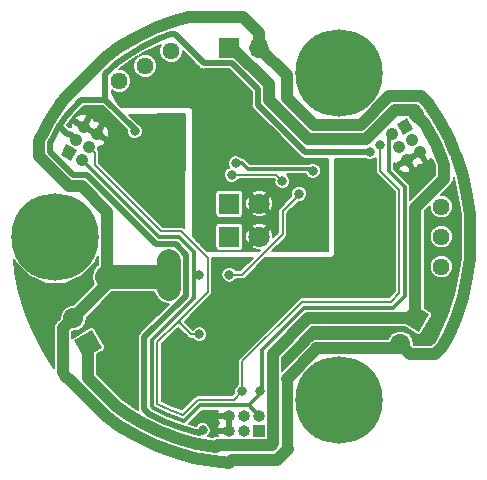
<source format=gtl>
G04 #@! TF.GenerationSoftware,KiCad,Pcbnew,(5.0.0)*
G04 #@! TF.CreationDate,2019-02-03T16:55:31-08:00*
G04 #@! TF.ProjectId,mlab100_Conn_PCB_1.5,6D6C61623130305F436F6E6E5F504342,rev?*
G04 #@! TF.SameCoordinates,Original*
G04 #@! TF.FileFunction,Copper,L1,Top,Signal*
G04 #@! TF.FilePolarity,Positive*
%FSLAX46Y46*%
G04 Gerber Fmt 4.6, Leading zero omitted, Abs format (unit mm)*
G04 Created by KiCad (PCBNEW (5.0.0)) date 02/03/19 16:55:31*
%MOMM*%
%LPD*%
G01*
G04 APERTURE LIST*
G04 #@! TA.AperFunction,ComponentPad*
%ADD10C,1.000000*%
G04 #@! TD*
G04 #@! TA.AperFunction,Conductor*
%ADD11C,1.000000*%
G04 #@! TD*
G04 #@! TA.AperFunction,Conductor*
%ADD12C,0.100000*%
G04 #@! TD*
G04 #@! TA.AperFunction,ComponentPad*
%ADD13C,1.440000*%
G04 #@! TD*
G04 #@! TA.AperFunction,ComponentPad*
%ADD14C,1.800000*%
G04 #@! TD*
G04 #@! TA.AperFunction,ComponentPad*
%ADD15R,1.800000X1.800000*%
G04 #@! TD*
G04 #@! TA.AperFunction,ComponentPad*
%ADD16O,1.000000X1.000000*%
G04 #@! TD*
G04 #@! TA.AperFunction,ComponentPad*
%ADD17R,1.000000X1.000000*%
G04 #@! TD*
G04 #@! TA.AperFunction,ComponentPad*
%ADD18C,1.700000*%
G04 #@! TD*
G04 #@! TA.AperFunction,Conductor*
%ADD19C,1.700000*%
G04 #@! TD*
G04 #@! TA.AperFunction,ComponentPad*
%ADD20R,1.700000X1.700000*%
G04 #@! TD*
G04 #@! TA.AperFunction,ComponentPad*
%ADD21O,1.700000X1.700000*%
G04 #@! TD*
G04 #@! TA.AperFunction,ComponentPad*
%ADD22C,7.400000*%
G04 #@! TD*
G04 #@! TA.AperFunction,ViaPad*
%ADD23C,0.800000*%
G04 #@! TD*
G04 #@! TA.AperFunction,Conductor*
%ADD24C,0.350000*%
G04 #@! TD*
G04 #@! TA.AperFunction,Conductor*
%ADD25C,2.000000*%
G04 #@! TD*
G04 #@! TA.AperFunction,Conductor*
%ADD26C,0.750000*%
G04 #@! TD*
G04 #@! TA.AperFunction,Conductor*
%ADD27C,0.900000*%
G04 #@! TD*
G04 #@! TA.AperFunction,Conductor*
%ADD28C,0.500000*%
G04 #@! TD*
G04 #@! TA.AperFunction,Conductor*
%ADD29C,0.200000*%
G04 #@! TD*
G04 #@! TA.AperFunction,Conductor*
%ADD30C,0.150000*%
G04 #@! TD*
G04 APERTURE END LIST*
D10*
G04 #@! TO.P,J10,6*
G04 #@! TO.N,GND_O*
X33870148Y-14244705D03*
D11*
G04 #@! TD*
G04 #@! TO.N,GND_O*
G04 #@! TO.C,J10*
X33870148Y-14244705D02*
X33870148Y-14244705D01*
D10*
G04 #@! TO.P,J10,5*
G04 #@! TO.N,GND_O*
X34970000Y-13609705D03*
D11*
G04 #@! TD*
G04 #@! TO.N,GND_O*
G04 #@! TO.C,J10*
X34970000Y-13609705D02*
X34970000Y-13609705D01*
D10*
G04 #@! TO.P,J10,4*
G04 #@! TO.N,Temp1wDaisy*
X33235148Y-13144852D03*
D11*
G04 #@! TD*
G04 #@! TO.N,Temp1wDaisy*
G04 #@! TO.C,J10*
X33235148Y-13144852D02*
X33235148Y-13144852D01*
D10*
G04 #@! TO.P,J10,3*
G04 #@! TO.N,LED470nm*
X34335000Y-12509852D03*
D11*
G04 #@! TD*
G04 #@! TO.N,LED470nm*
G04 #@! TO.C,J10*
X34335000Y-12509852D02*
X34335000Y-12509852D01*
D10*
G04 #@! TO.P,J10,2*
G04 #@! TO.N,3V3_O*
X32600148Y-12045000D03*
D11*
G04 #@! TD*
G04 #@! TO.N,3V3_O*
G04 #@! TO.C,J10*
X32600148Y-12045000D02*
X32600148Y-12045000D01*
D10*
G04 #@! TO.P,J10,1*
G04 #@! TO.N,12V_O*
X33700000Y-11410000D03*
D12*
G04 #@! TD*
G04 #@! TO.N,12V_O*
G04 #@! TO.C,J10*
G36*
X33883013Y-10726987D02*
X34383013Y-11593013D01*
X33516987Y-12093013D01*
X33016987Y-11226987D01*
X33883013Y-10726987D01*
X33883013Y-10726987D01*
G37*
D13*
G04 #@! TO.P,RV1,3*
G04 #@! TO.N,Net-(R10-Pad1)*
X36780000Y-23270000D03*
G04 #@! TO.P,RV1,2*
X36780000Y-20730000D03*
G04 #@! TO.P,RV1,1*
G04 #@! TO.N,/AnalogConnPCB/sheet5C67EBE6/Aout*
X36780000Y-18190000D03*
G04 #@! TD*
G04 #@! TO.P,RV2,1*
G04 #@! TO.N,/AnalogConnPCB/sheet5C67EBE6/Bout*
X9510000Y-7560000D03*
G04 #@! TO.P,RV2,2*
G04 #@! TO.N,Net-(R11-Pad1)*
X11709705Y-6290000D03*
G04 #@! TO.P,RV2,3*
X13909409Y-5020000D03*
G04 #@! TD*
D14*
G04 #@! TO.P,D13,2*
G04 #@! TO.N,GNDA*
X21370000Y-20730000D03*
D15*
G04 #@! TO.P,D13,1*
G04 #@! TO.N,/AnalogConnPCB/sheet5C67EBE6/A+*
X18830000Y-20730000D03*
G04 #@! TD*
D14*
G04 #@! TO.P,D14,2*
G04 #@! TO.N,GNDA*
X21370000Y-17936000D03*
D15*
G04 #@! TO.P,D14,1*
G04 #@! TO.N,/AnalogConnPCB/sheet5C67EBE6/B+*
X18830000Y-17936000D03*
G04 #@! TD*
D16*
G04 #@! TO.P,J8,6*
G04 #@! TO.N,GND_O*
X18830000Y-35890000D03*
G04 #@! TO.P,J8,5*
X18830000Y-37160000D03*
G04 #@! TO.P,J8,4*
G04 #@! TO.N,Temp1wDaisy*
X20100000Y-35890000D03*
G04 #@! TO.P,J8,3*
G04 #@! TO.N,LED470nm*
X20100000Y-37160000D03*
G04 #@! TO.P,J8,2*
G04 #@! TO.N,3V3_O*
X21370000Y-35890000D03*
D17*
G04 #@! TO.P,J8,1*
G04 #@! TO.N,12V_O*
X21370000Y-37160000D03*
G04 #@! TD*
D10*
G04 #@! TO.P,J9,1*
G04 #@! TO.N,12V_O*
X5230000Y-13610000D03*
D12*
G04 #@! TD*
G04 #@! TO.N,12V_O*
G04 #@! TO.C,J9*
G36*
X4546987Y-13793013D02*
X5046987Y-12926987D01*
X5913013Y-13426987D01*
X5413013Y-14293013D01*
X4546987Y-13793013D01*
X4546987Y-13793013D01*
G37*
D10*
G04 #@! TO.P,J9,2*
G04 #@! TO.N,3V3_O*
X6329852Y-14245000D03*
D11*
G04 #@! TD*
G04 #@! TO.N,3V3_O*
G04 #@! TO.C,J9*
X6329852Y-14245000D02*
X6329852Y-14245000D01*
D10*
G04 #@! TO.P,J9,3*
G04 #@! TO.N,LED470nm*
X5865000Y-12510148D03*
D11*
G04 #@! TD*
G04 #@! TO.N,LED470nm*
G04 #@! TO.C,J9*
X5865000Y-12510148D02*
X5865000Y-12510148D01*
D10*
G04 #@! TO.P,J9,4*
G04 #@! TO.N,Temp1wDaisy*
X6964852Y-13145148D03*
D11*
G04 #@! TD*
G04 #@! TO.N,Temp1wDaisy*
G04 #@! TO.C,J9*
X6964852Y-13145148D02*
X6964852Y-13145148D01*
D10*
G04 #@! TO.P,J9,5*
G04 #@! TO.N,GND_O*
X6500000Y-11410295D03*
D11*
G04 #@! TD*
G04 #@! TO.N,GND_O*
G04 #@! TO.C,J9*
X6500000Y-11410295D02*
X6500000Y-11410295D01*
D10*
G04 #@! TO.P,J9,6*
G04 #@! TO.N,GND_O*
X7599852Y-12045295D03*
D11*
G04 #@! TD*
G04 #@! TO.N,GND_O*
G04 #@! TO.C,J9*
X7599852Y-12045295D02*
X7599852Y-12045295D01*
D18*
G04 #@! TO.P,J11,2*
G04 #@! TO.N,12V_O*
X5610000Y-27630295D03*
D19*
G04 #@! TD*
G04 #@! TO.N,12V_O*
G04 #@! TO.C,J11*
X5610000Y-27630295D02*
X5610000Y-27630295D01*
D18*
G04 #@! TO.P,J11,1*
G04 #@! TO.N,Heater-*
X6880000Y-29830000D03*
D12*
G04 #@! TD*
G04 #@! TO.N,Heater-*
G04 #@! TO.C,J11*
G36*
X7191122Y-28668878D02*
X8041122Y-30141122D01*
X6568878Y-30991122D01*
X5718878Y-29518878D01*
X7191122Y-28668878D01*
X7191122Y-28668878D01*
G37*
D18*
G04 #@! TO.P,J12,2*
G04 #@! TO.N,12V_O*
X33320000Y-29829705D03*
D19*
G04 #@! TD*
G04 #@! TO.N,12V_O*
G04 #@! TO.C,J12*
X33320000Y-29829705D02*
X33320000Y-29829705D01*
D18*
G04 #@! TO.P,J12,1*
G04 #@! TO.N,Heater-*
X34590000Y-27630000D03*
D12*
G04 #@! TD*
G04 #@! TO.N,Heater-*
G04 #@! TO.C,J12*
G36*
X33428878Y-27941122D02*
X34278878Y-26468878D01*
X35751122Y-27318878D01*
X34901122Y-28791122D01*
X33428878Y-27941122D01*
X33428878Y-27941122D01*
G37*
D20*
G04 #@! TO.P,J13,1*
G04 #@! TO.N,Heater-*
X18830000Y-4730000D03*
D21*
G04 #@! TO.P,J13,2*
G04 #@! TO.N,12V_O*
X21370000Y-4730000D03*
G04 #@! TD*
D22*
G04 #@! TO.P,MH8,1*
G04 #@! TO.N,N/C*
X28100000Y-34590000D03*
G04 #@! TD*
G04 #@! TO.P,MH9,1*
G04 #@! TO.N,N/C*
X4100000Y-20730000D03*
G04 #@! TD*
G04 #@! TO.P,MH10,1*
G04 #@! TO.N,N/C*
X28100000Y-6870000D03*
G04 #@! TD*
D23*
G04 #@! TO.N,GNDA*
X15300000Y-6230000D03*
X10700000Y-9230000D03*
X17920000Y-16210000D03*
X26040000Y-19900000D03*
X16610000Y-18250000D03*
X16840000Y-21180000D03*
X19950000Y-11360000D03*
X16690000Y-12290000D03*
X25100000Y-18670000D03*
X19610000Y-9810000D03*
X19730815Y-8132912D03*
X23310000Y-12920000D03*
X25626073Y-16131762D03*
G04 #@! TO.N,+3.3VA*
X19360000Y-14530000D03*
X25900000Y-15170000D03*
G04 #@! TO.N,12V_O*
X13700000Y-25130000D03*
X13700000Y-22830000D03*
X13750000Y-23955000D03*
X8500001Y-24740294D03*
X33690000Y-8820000D03*
X2699999Y-13925955D03*
X23610000Y-38877072D03*
G04 #@! TO.N,GND_O*
X14410000Y-34200000D03*
X12490000Y-26660000D03*
X21270000Y-26480000D03*
X25080000Y-21410000D03*
X14200000Y-17600000D03*
X8480000Y-14350000D03*
X30750000Y-18070000D03*
X32230000Y-19270000D03*
X29550000Y-19310000D03*
X28400000Y-14690000D03*
X17130000Y-26680000D03*
X18580000Y-32990000D03*
X8190000Y-27500000D03*
X6630000Y-24680000D03*
X3570000Y-29560000D03*
X2370000Y-25870000D03*
X13180000Y-19070000D03*
X11710000Y-17550000D03*
X35880000Y-29140000D03*
X35760000Y-19420000D03*
X34770000Y-16070000D03*
X35880000Y-15330000D03*
X28200000Y-28850000D03*
X24940000Y-29840000D03*
X10307544Y-33089836D03*
G04 #@! TO.N,/AnalogConnPCB/3V3ACtrl*
X18830000Y-23955000D03*
X24738000Y-17104000D03*
G04 #@! TO.N,Temp1wDaisy*
X19940000Y-33810000D03*
X31585137Y-12940000D03*
X16290000Y-29005000D03*
G04 #@! TO.N,3V3_O*
X16290000Y-23955000D03*
X21440000Y-33810000D03*
G04 #@! TO.N,LED470nm*
X10825000Y-11805000D03*
X16580000Y-37120000D03*
X30732995Y-13603334D03*
G04 #@! TO.N,/AnalogConnPCB/SPI_CS_ADC*
X23330000Y-16040000D03*
X19039024Y-15505054D03*
G04 #@! TD*
D24*
G04 #@! TO.N,+3.3VA*
X19925685Y-14530000D02*
X20405685Y-15010000D01*
X19360000Y-14530000D02*
X19925685Y-14530000D01*
X25740000Y-15010000D02*
X25900000Y-15170000D01*
X20405685Y-15010000D02*
X25740000Y-15010000D01*
D11*
G04 #@! TO.N,Heater-*
X34815238Y-10385238D02*
X34456977Y-10026977D01*
X34496977Y-10026977D02*
X34737559Y-10267559D01*
X34456977Y-10026977D02*
X34496977Y-10026977D01*
X34526977Y-10026977D02*
X34679299Y-10179299D01*
X34496977Y-10026977D02*
X34526977Y-10026977D01*
X36950329Y-14405986D02*
X37040000Y-14681965D01*
X34496977Y-10026977D02*
X34496977Y-10350987D01*
X34496977Y-10350987D02*
X35366781Y-11220791D01*
X35366781Y-11220791D02*
X35550336Y-11498865D01*
X35550336Y-11498865D02*
X36315610Y-12920982D01*
X22190011Y-7844013D02*
X19075998Y-4730000D01*
X22190011Y-9169083D02*
X22190011Y-7844013D01*
X19075998Y-4730000D02*
X18830000Y-4730000D01*
X25490940Y-12470012D02*
X22190011Y-9169083D01*
X30437058Y-12470012D02*
X25490940Y-12470012D01*
X32880093Y-10026977D02*
X30437058Y-12470012D01*
X34456977Y-10026977D02*
X32880093Y-10026977D01*
X36315610Y-12920982D02*
X36950329Y-14405986D01*
X37040000Y-15828398D02*
X37040000Y-14681965D01*
X34590000Y-18278398D02*
X37040000Y-15828398D01*
X34590000Y-27630000D02*
X34590000Y-18278398D01*
X6880000Y-32712933D02*
X6880000Y-29830000D01*
X11571333Y-36578929D02*
X10184975Y-35750619D01*
X16095059Y-38276713D02*
X14538333Y-37847084D01*
X22409990Y-38380012D02*
X17869201Y-38380012D01*
X25521996Y-27630000D02*
X22499991Y-30652005D01*
X17869201Y-38380012D02*
X17684130Y-38565083D01*
X34590000Y-27630000D02*
X25521996Y-27630000D01*
X14538333Y-37847084D02*
X13026345Y-37279626D01*
X22499991Y-30652005D02*
X22499991Y-33257061D01*
X9207533Y-35040466D02*
X6880000Y-32712933D01*
X22499991Y-33257061D02*
X22570002Y-33327072D01*
X17684130Y-38565083D02*
X16095059Y-38276713D01*
X22570002Y-33327072D02*
X22570002Y-38220000D01*
X10184975Y-35750619D02*
X9207533Y-35040466D01*
X13026345Y-37279626D02*
X11571333Y-36578929D01*
X22570002Y-38220000D02*
X22409990Y-38380012D01*
G04 #@! TO.N,12V_O*
X19972081Y-2130000D02*
X21370000Y-3527919D01*
X14167139Y-2470487D02*
X15400868Y-2130000D01*
X11002106Y-3823286D02*
X12554247Y-3075815D01*
X9523234Y-4706870D02*
X11002106Y-3823286D01*
X5610000Y-27630295D02*
X8500001Y-24740294D01*
X21370000Y-3527919D02*
X21370000Y-4730000D01*
X15400868Y-2130000D02*
X19972081Y-2130000D01*
X12554247Y-3075815D02*
X14167139Y-2470487D01*
X36848042Y-30081958D02*
X36400000Y-30530000D01*
X36250296Y-30679704D02*
X36848042Y-30081958D01*
X34169999Y-30679704D02*
X36250296Y-30679704D01*
X33320000Y-29829705D02*
X34169999Y-30679704D01*
X8500001Y-24740294D02*
X8500001Y-24130000D01*
D25*
X13700000Y-22830000D02*
X13700000Y-25130000D01*
D11*
X9522852Y-4707148D02*
X8425787Y-5504212D01*
X8425787Y-5504212D02*
X9523234Y-4706870D01*
X38607300Y-15622307D02*
X38990647Y-17301865D01*
X39200000Y-22612624D02*
X38990646Y-24158135D01*
X39200000Y-18847377D02*
X39200000Y-22612624D01*
X38074946Y-27476108D02*
X37397869Y-29060207D01*
X38990646Y-24158135D02*
X38607299Y-25837694D01*
X37397869Y-29060207D02*
X36848042Y-30081958D01*
X38074947Y-13983893D02*
X38607300Y-15622307D01*
X38607299Y-25837694D02*
X38074946Y-27476108D01*
X38990647Y-17301865D02*
X39200000Y-18847377D01*
X35040000Y-8820000D02*
X35504344Y-9284344D01*
X21370000Y-4730000D02*
X23699999Y-7059999D01*
X35504344Y-9284344D02*
X35632469Y-9445008D01*
X35632469Y-9445008D02*
X36581519Y-10882758D01*
X37857709Y-13475641D02*
X37860000Y-13481001D01*
X36581519Y-10882758D02*
X37397870Y-12399793D01*
X23699999Y-7059999D02*
X23699999Y-8982001D01*
X32390000Y-8820000D02*
X35040000Y-8820000D01*
X29939999Y-11270001D02*
X32390000Y-8820000D01*
X25987999Y-11270001D02*
X29939999Y-11270001D01*
X37397870Y-12399793D02*
X37857709Y-13475641D01*
X23699999Y-8982001D02*
X25987999Y-11270001D01*
X33320000Y-29829705D02*
X32959706Y-30189999D01*
X32959706Y-30189999D02*
X26197071Y-30189999D01*
X23610000Y-38877072D02*
X23770011Y-38717061D01*
X23610000Y-38900000D02*
X23610000Y-38877072D01*
X26197071Y-30189999D02*
X26197071Y-30262929D01*
X26197071Y-30262929D02*
X23700000Y-32760000D01*
D26*
X23700000Y-38810000D02*
X23610000Y-38900000D01*
D11*
X2874572Y-12265174D02*
X3618482Y-10882757D01*
X4567531Y-9445008D02*
X4892542Y-9037457D01*
X4892542Y-9037457D02*
X8425787Y-5504212D01*
X3618482Y-10882757D02*
X4567531Y-9445008D01*
X2802132Y-12399791D02*
X2874572Y-12265174D01*
X2699999Y-13925955D02*
X2699999Y-12638741D01*
X2699999Y-12638741D02*
X2802132Y-12399791D01*
D25*
X13750000Y-23955000D02*
X13575000Y-24130000D01*
X13575000Y-24130000D02*
X11075000Y-24130000D01*
X11075000Y-24130000D02*
X8500001Y-24130000D01*
D27*
X23700000Y-32760000D02*
X23720012Y-32780012D01*
X23720012Y-32780012D02*
X23720012Y-38789988D01*
X23720012Y-38789988D02*
X23700000Y-38810000D01*
D11*
X5244055Y-16470011D02*
X2699999Y-13925955D01*
X8500001Y-18617999D02*
X6352013Y-16470011D01*
X8500001Y-24130000D02*
X8500001Y-18617999D01*
X6352013Y-16470011D02*
X5244055Y-16470011D01*
X18792734Y-39869719D02*
X17522885Y-39755431D01*
X23610000Y-38900000D02*
X22880000Y-39630000D01*
X22880000Y-39630000D02*
X19032453Y-39630000D01*
X5460008Y-32990011D02*
X5442940Y-32990011D01*
X12554245Y-38384184D02*
X11002105Y-37636713D01*
X5442940Y-32990011D02*
X4959757Y-32506828D01*
X17522885Y-39755431D02*
X16308889Y-39535125D01*
X4959757Y-32506828D02*
X4739989Y-32231247D01*
X4739989Y-32231247D02*
X4739989Y-28500306D01*
X11002105Y-37636713D02*
X9523233Y-36753128D01*
X4760001Y-28480294D02*
X5610000Y-27630295D01*
X4739989Y-28500306D02*
X4760001Y-28480294D01*
X8425780Y-35955783D02*
X5460008Y-32990011D01*
X16308889Y-39535125D02*
X16308884Y-39535127D01*
X14167137Y-38989512D02*
X12554245Y-38384184D01*
X15827773Y-39447818D02*
X14167137Y-38989512D01*
X16308884Y-39535127D02*
X15827773Y-39447818D01*
X19032453Y-39630000D02*
X18792734Y-39869719D01*
X9523233Y-36753128D02*
X8425780Y-35955783D01*
D28*
G04 #@! TO.N,GND_O*
X25930000Y-28850000D02*
X24940000Y-29840000D01*
X28200000Y-28850000D02*
X25930000Y-28850000D01*
D29*
G04 #@! TO.N,/AnalogConnPCB/3V3ACtrl*
X24738000Y-17204000D02*
X23360000Y-18582000D01*
X24738000Y-17104000D02*
X24738000Y-17204000D01*
X19530000Y-23955000D02*
X18830000Y-23955000D01*
X19921002Y-23955000D02*
X19530000Y-23955000D01*
X23360000Y-20516002D02*
X19921002Y-23955000D01*
X23360000Y-18582000D02*
X23360000Y-20516002D01*
G04 #@! TO.N,Temp1wDaisy*
X16161427Y-34539989D02*
X19210011Y-34539989D01*
X13832873Y-35392669D02*
X14905999Y-35795418D01*
X19210011Y-34539989D02*
X19940000Y-33810000D01*
X12745010Y-34868783D02*
X13832873Y-35392669D01*
X16250030Y-26186255D02*
X15605651Y-26830632D01*
X16250030Y-26179970D02*
X16250030Y-26186255D01*
X7464851Y-13645147D02*
X7464851Y-14659191D01*
X7464851Y-14659191D02*
X13085630Y-20279970D01*
X17020000Y-25410000D02*
X16250030Y-26179970D01*
X13085630Y-20279970D02*
X14756255Y-20279970D01*
X12745010Y-29691273D02*
X12745010Y-34868783D01*
X6964852Y-13145148D02*
X7464851Y-13645147D01*
X14756255Y-20279970D02*
X17020000Y-22543715D01*
X14905999Y-35795418D02*
X16161427Y-34539989D01*
X17020000Y-22543715D02*
X17020000Y-25410000D01*
X14635000Y-28050000D02*
X14386283Y-28050000D01*
X15590000Y-29005000D02*
X14635000Y-28050000D01*
X16290000Y-29005000D02*
X15590000Y-29005000D01*
X14386283Y-28050000D02*
X12745010Y-29691273D01*
X14635000Y-27801283D02*
X14706283Y-27730000D01*
X14635000Y-28050000D02*
X14635000Y-27801283D01*
X15605651Y-26830632D02*
X14706283Y-27730000D01*
X14706283Y-27730000D02*
X14386283Y-28050000D01*
X31585137Y-15135137D02*
X31585137Y-13505685D01*
X31585137Y-13505685D02*
X31585137Y-12940000D01*
X19940000Y-33810000D02*
X19940000Y-31302778D01*
X33230000Y-16780000D02*
X31585137Y-15135137D01*
X33230000Y-25530000D02*
X33230000Y-16780000D01*
X24982778Y-26260000D02*
X32500000Y-26260000D01*
X19940000Y-31302778D02*
X24982778Y-26260000D01*
X32500000Y-26260000D02*
X33230000Y-25530000D01*
D24*
G04 #@! TO.N,3V3_O*
X14559500Y-20754980D02*
X12888876Y-20754980D01*
X15825018Y-22020498D02*
X14559500Y-20754980D01*
X15825018Y-23955000D02*
X15825018Y-22020498D01*
X6829851Y-14744999D02*
X6329852Y-14245000D01*
X6878895Y-14744999D02*
X6829851Y-14744999D01*
X12888876Y-20754980D02*
X6878895Y-14744999D01*
X16290000Y-23955000D02*
X15825018Y-23955000D01*
X15025537Y-36347644D02*
X16358182Y-35014999D01*
X13645994Y-35829894D02*
X15025537Y-36347644D01*
X12388829Y-35224476D02*
X13645994Y-35829894D01*
X12270000Y-35105647D02*
X12388829Y-35224476D01*
X15825018Y-25914982D02*
X15775020Y-25964980D01*
X15825018Y-23955000D02*
X15825018Y-25914982D01*
X16358182Y-35014999D02*
X20494999Y-35014999D01*
X15775020Y-25964980D02*
X15775020Y-25989500D01*
X15775020Y-25989500D02*
X15408896Y-26355623D01*
X20494999Y-35014999D02*
X21370000Y-35890000D01*
X15408896Y-26355623D02*
X12270000Y-29494519D01*
X12270000Y-29494519D02*
X12270000Y-35105647D01*
X21620000Y-33889998D02*
X21620000Y-30294544D01*
X25174544Y-26740000D02*
X32720000Y-26740000D01*
X32720000Y-26740000D02*
X33710000Y-25750000D01*
X33710000Y-25750000D02*
X33710000Y-16560000D01*
X33710000Y-16560000D02*
X32360147Y-15210147D01*
X32360147Y-15210147D02*
X32360147Y-12285001D01*
X32360147Y-12285001D02*
X32600148Y-12045000D01*
X21620000Y-30294544D02*
X25174544Y-26740000D01*
X21440000Y-34069998D02*
X21210000Y-34299998D01*
X21440000Y-33810000D02*
X21440000Y-34069998D01*
X20494999Y-35014999D02*
X21210000Y-34299998D01*
X21210000Y-34299998D02*
X21620000Y-33889998D01*
D28*
G04 #@! TO.N,LED470nm*
X10825000Y-11655000D02*
X8339999Y-9169999D01*
X10825000Y-11805000D02*
X10825000Y-11655000D01*
X6310001Y-9169999D02*
X5066657Y-10413343D01*
X8339999Y-9169999D02*
X6310001Y-9169999D01*
X5066657Y-10413343D02*
X4434833Y-11370517D01*
X5074465Y-12010149D02*
X4434833Y-11370517D01*
X5365001Y-12010149D02*
X5074465Y-12010149D01*
X5865000Y-12510148D02*
X5365001Y-12010149D01*
X15150010Y-24605612D02*
X15200008Y-24555614D01*
X15150010Y-25730613D02*
X15150010Y-24605612D01*
X11629491Y-29251132D02*
X15150010Y-25730613D01*
X13400100Y-36405186D02*
X12021971Y-35741514D01*
X14832200Y-36942661D02*
X13400100Y-36405186D01*
X5637563Y-15520001D02*
X3650010Y-13532448D01*
X11629491Y-29251132D02*
X11629491Y-35349034D01*
X11629491Y-35349034D02*
X12021971Y-35741514D01*
X15200008Y-24555614D02*
X15200008Y-22279385D01*
X15200008Y-22279385D02*
X14300613Y-21379990D01*
X16306672Y-37349589D02*
X14832200Y-36942661D01*
X16580000Y-37120000D02*
X16350411Y-37349589D01*
X16350411Y-37349589D02*
X16306672Y-37349589D01*
X14300613Y-21379990D02*
X12629990Y-21379990D01*
X12629990Y-21379990D02*
X9474492Y-18224492D01*
X9474492Y-18224492D02*
X9450011Y-18224492D01*
X9450011Y-18224492D02*
X6745520Y-15520001D01*
X6745520Y-15520001D02*
X5637563Y-15520001D01*
X3650010Y-13532448D02*
X3650010Y-12833254D01*
X3650010Y-12833254D02*
X3658926Y-12812395D01*
X3658926Y-12812395D02*
X4434833Y-11370517D01*
X8339999Y-9169999D02*
X8339999Y-6998399D01*
X9281945Y-6056453D02*
X10047117Y-5500523D01*
X25263334Y-13603334D02*
X30167310Y-13603334D01*
X21240000Y-8237520D02*
X21240000Y-9580000D01*
X14221011Y-3600000D02*
X16671011Y-6050000D01*
X21240000Y-9580000D02*
X25263334Y-13603334D01*
X13861255Y-3600000D02*
X14221011Y-3600000D01*
X19052480Y-6050000D02*
X21240000Y-8237520D01*
X30167310Y-13603334D02*
X30732995Y-13603334D01*
X8339999Y-6998399D02*
X9281945Y-6056453D01*
X10047117Y-5500523D02*
X11452744Y-4660701D01*
X11452744Y-4660701D02*
X12928001Y-3950255D01*
X12928001Y-3950255D02*
X13861255Y-3600000D01*
X16671011Y-6050000D02*
X19052480Y-6050000D01*
D29*
G04 #@! TO.N,/AnalogConnPCB/SPI_CS_ADC*
X19604709Y-15505054D02*
X19039024Y-15505054D01*
X22795054Y-15505054D02*
X19604709Y-15505054D01*
X23330000Y-16040000D02*
X22795054Y-15505054D01*
G04 #@! TD*
D30*
G04 #@! TO.N,GNDA*
G36*
X12914409Y-4822082D02*
X12914409Y-5217918D01*
X13065889Y-5583622D01*
X13345787Y-5863520D01*
X13711491Y-6015000D01*
X14107327Y-6015000D01*
X14473031Y-5863520D01*
X14752929Y-5583622D01*
X14904409Y-5217918D01*
X14904409Y-5025859D01*
X15758181Y-5879632D01*
X15970568Y-6202798D01*
X15972207Y-6204811D01*
X15973807Y-6207199D01*
X15974094Y-6207624D01*
X16017978Y-6272169D01*
X16028971Y-6284964D01*
X16053889Y-6300308D01*
X16082782Y-6304948D01*
X16169990Y-6301711D01*
X16182789Y-6304240D01*
X16263216Y-6384667D01*
X16292507Y-6428504D01*
X16418752Y-6512858D01*
X16466166Y-6544539D01*
X16671010Y-6585285D01*
X16722716Y-6575000D01*
X18835019Y-6575000D01*
X20715000Y-8454982D01*
X20715001Y-9528289D01*
X20704715Y-9580000D01*
X20745461Y-9784844D01*
X20754577Y-9798487D01*
X20861497Y-9958504D01*
X20905334Y-9987795D01*
X24855541Y-13938004D01*
X24884830Y-13981838D01*
X24928664Y-14011127D01*
X25058489Y-14097873D01*
X25263334Y-14138619D01*
X25315040Y-14128334D01*
X27167476Y-14128334D01*
X27188047Y-21986551D01*
X25455508Y-21985074D01*
X25462357Y-21982237D01*
X25652237Y-21792357D01*
X25755000Y-21544266D01*
X25755000Y-21275734D01*
X25652237Y-21027643D01*
X25462357Y-20837763D01*
X25214266Y-20735000D01*
X24945734Y-20735000D01*
X24697643Y-20837763D01*
X24507763Y-21027643D01*
X24405000Y-21275734D01*
X24405000Y-21544266D01*
X24507763Y-21792357D01*
X24697643Y-21982237D01*
X24702944Y-21984433D01*
X22423842Y-21982490D01*
X23599052Y-20807280D01*
X23630359Y-20786361D01*
X23651328Y-20754980D01*
X23713241Y-20662320D01*
X23713242Y-20662319D01*
X23735000Y-20552933D01*
X23735000Y-20552928D01*
X23742345Y-20516002D01*
X23735000Y-20479076D01*
X23735000Y-18737329D01*
X24693330Y-17779000D01*
X24872266Y-17779000D01*
X25120357Y-17676237D01*
X25310237Y-17486357D01*
X25413000Y-17238266D01*
X25413000Y-16969734D01*
X25310237Y-16721643D01*
X25120357Y-16531763D01*
X24872266Y-16429000D01*
X24603734Y-16429000D01*
X24355643Y-16531763D01*
X24165763Y-16721643D01*
X24063000Y-16969734D01*
X24063000Y-17238266D01*
X24095337Y-17316334D01*
X23120951Y-18290720D01*
X23089641Y-18311641D01*
X23062948Y-18351590D01*
X23011000Y-18429336D01*
X23006758Y-18435684D01*
X22985000Y-18545070D01*
X22985000Y-18545074D01*
X22977655Y-18582000D01*
X22985000Y-18618927D01*
X22985001Y-20360671D01*
X22839850Y-20505822D01*
X22824934Y-20318329D01*
X22689888Y-19992301D01*
X22454368Y-19898776D01*
X21623144Y-20730000D01*
X21637287Y-20744143D01*
X21384143Y-20997287D01*
X21370000Y-20983144D01*
X20538776Y-21814368D01*
X20604921Y-21980939D01*
X16984468Y-21977853D01*
X15724264Y-20717649D01*
X15725684Y-19830000D01*
X17649613Y-19830000D01*
X17649613Y-21630000D01*
X17670956Y-21737299D01*
X17731736Y-21828264D01*
X17822701Y-21889044D01*
X17930000Y-21910387D01*
X19730000Y-21910387D01*
X19837299Y-21889044D01*
X19928264Y-21828264D01*
X19989044Y-21737299D01*
X20010387Y-21630000D01*
X20010387Y-21371795D01*
X20050112Y-21467699D01*
X20285632Y-21561224D01*
X21116856Y-20730000D01*
X20285632Y-19898776D01*
X20050112Y-19992301D01*
X20010387Y-20114917D01*
X20010387Y-19830000D01*
X19989044Y-19722701D01*
X19928264Y-19631736D01*
X19837299Y-19570956D01*
X19730000Y-19549613D01*
X17930000Y-19549613D01*
X17822701Y-19570956D01*
X17731736Y-19631736D01*
X17670956Y-19722701D01*
X17649613Y-19830000D01*
X15725684Y-19830000D01*
X15730154Y-17036000D01*
X17649613Y-17036000D01*
X17649613Y-18836000D01*
X17670956Y-18943299D01*
X17731736Y-19034264D01*
X17822701Y-19095044D01*
X17930000Y-19116387D01*
X19730000Y-19116387D01*
X19837299Y-19095044D01*
X19928264Y-19034264D01*
X19937548Y-19020368D01*
X20538776Y-19020368D01*
X20632301Y-19255888D01*
X20841221Y-19323574D01*
X20632301Y-19410112D01*
X20538776Y-19645632D01*
X21370000Y-20476856D01*
X22201224Y-19645632D01*
X22107699Y-19410112D01*
X21898779Y-19342426D01*
X22107699Y-19255888D01*
X22201224Y-19020368D01*
X21370000Y-18189144D01*
X20538776Y-19020368D01*
X19937548Y-19020368D01*
X19989044Y-18943299D01*
X20010387Y-18836000D01*
X20010387Y-18577795D01*
X20050112Y-18673699D01*
X20285632Y-18767224D01*
X21116856Y-17936000D01*
X21623144Y-17936000D01*
X22454368Y-18767224D01*
X22689888Y-18673699D01*
X22871723Y-18112445D01*
X22824934Y-17524329D01*
X22689888Y-17198301D01*
X22454368Y-17104776D01*
X21623144Y-17936000D01*
X21116856Y-17936000D01*
X20285632Y-17104776D01*
X20050112Y-17198301D01*
X20010387Y-17320917D01*
X20010387Y-17036000D01*
X19989044Y-16928701D01*
X19937549Y-16851632D01*
X20538776Y-16851632D01*
X21370000Y-17682856D01*
X22201224Y-16851632D01*
X22107699Y-16616112D01*
X21546445Y-16434277D01*
X20958329Y-16481066D01*
X20632301Y-16616112D01*
X20538776Y-16851632D01*
X19937549Y-16851632D01*
X19928264Y-16837736D01*
X19837299Y-16776956D01*
X19730000Y-16755613D01*
X17930000Y-16755613D01*
X17822701Y-16776956D01*
X17731736Y-16837736D01*
X17670956Y-16928701D01*
X17649613Y-17036000D01*
X15730154Y-17036000D01*
X15732818Y-15370788D01*
X18364024Y-15370788D01*
X18364024Y-15639320D01*
X18466787Y-15887411D01*
X18656667Y-16077291D01*
X18904758Y-16180054D01*
X19173290Y-16180054D01*
X19421381Y-16077291D01*
X19611261Y-15887411D01*
X19614308Y-15880054D01*
X22639725Y-15880054D01*
X22658047Y-15898377D01*
X22655000Y-15905734D01*
X22655000Y-16174266D01*
X22757763Y-16422357D01*
X22947643Y-16612237D01*
X23195734Y-16715000D01*
X23464266Y-16715000D01*
X23712357Y-16612237D01*
X23902237Y-16422357D01*
X24005000Y-16174266D01*
X24005000Y-15905734D01*
X23902237Y-15657643D01*
X23712357Y-15467763D01*
X23693616Y-15460000D01*
X25289507Y-15460000D01*
X25327763Y-15552357D01*
X25517643Y-15742237D01*
X25765734Y-15845000D01*
X26034266Y-15845000D01*
X26282357Y-15742237D01*
X26472237Y-15552357D01*
X26575000Y-15304266D01*
X26575000Y-15035734D01*
X26472237Y-14787643D01*
X26282357Y-14597763D01*
X26034266Y-14495000D01*
X25765734Y-14495000D01*
X25608811Y-14560000D01*
X20592081Y-14560000D01*
X20275225Y-14243145D01*
X20250117Y-14205568D01*
X20101266Y-14106109D01*
X19970006Y-14080000D01*
X19970005Y-14080000D01*
X19925685Y-14071184D01*
X19881365Y-14080000D01*
X19864594Y-14080000D01*
X19742357Y-13957763D01*
X19494266Y-13855000D01*
X19225734Y-13855000D01*
X18977643Y-13957763D01*
X18787763Y-14147643D01*
X18685000Y-14395734D01*
X18685000Y-14664266D01*
X18775798Y-14883471D01*
X18656667Y-14932817D01*
X18466787Y-15122697D01*
X18364024Y-15370788D01*
X15732818Y-15370788D01*
X15741540Y-9920120D01*
X15735781Y-9891178D01*
X15719481Y-9866875D01*
X15718957Y-9866526D01*
X15716614Y-9863032D01*
X15692256Y-9846814D01*
X15663545Y-9841152D01*
X15588271Y-9841275D01*
X15585357Y-9826633D01*
X15569057Y-9802330D01*
X15568533Y-9801981D01*
X15566190Y-9798487D01*
X15541832Y-9782269D01*
X15513121Y-9776607D01*
X9698600Y-9786139D01*
X9389213Y-9476751D01*
X8864999Y-8577214D01*
X8864999Y-8322141D01*
X8946378Y-8403520D01*
X9312082Y-8555000D01*
X9707918Y-8555000D01*
X10073622Y-8403520D01*
X10353520Y-8123622D01*
X10505000Y-7757918D01*
X10505000Y-7362082D01*
X10353520Y-6996378D01*
X10073622Y-6716480D01*
X9707918Y-6565000D01*
X9515860Y-6565000D01*
X9623963Y-6456897D01*
X10336637Y-5939110D01*
X11123701Y-5468862D01*
X10866185Y-5726378D01*
X10714705Y-6092082D01*
X10714705Y-6487918D01*
X10866185Y-6853622D01*
X11146083Y-7133520D01*
X11511787Y-7285000D01*
X11907623Y-7285000D01*
X12273327Y-7133520D01*
X12553225Y-6853622D01*
X12704705Y-6487918D01*
X12704705Y-6092082D01*
X12553225Y-5726378D01*
X12273327Y-5446480D01*
X11907623Y-5295000D01*
X11511787Y-5295000D01*
X11195246Y-5426116D01*
X11701774Y-5123480D01*
X13060622Y-4469095D01*
X12914409Y-4822082D01*
X12914409Y-4822082D01*
G37*
X12914409Y-4822082D02*
X12914409Y-5217918D01*
X13065889Y-5583622D01*
X13345787Y-5863520D01*
X13711491Y-6015000D01*
X14107327Y-6015000D01*
X14473031Y-5863520D01*
X14752929Y-5583622D01*
X14904409Y-5217918D01*
X14904409Y-5025859D01*
X15758181Y-5879632D01*
X15970568Y-6202798D01*
X15972207Y-6204811D01*
X15973807Y-6207199D01*
X15974094Y-6207624D01*
X16017978Y-6272169D01*
X16028971Y-6284964D01*
X16053889Y-6300308D01*
X16082782Y-6304948D01*
X16169990Y-6301711D01*
X16182789Y-6304240D01*
X16263216Y-6384667D01*
X16292507Y-6428504D01*
X16418752Y-6512858D01*
X16466166Y-6544539D01*
X16671010Y-6585285D01*
X16722716Y-6575000D01*
X18835019Y-6575000D01*
X20715000Y-8454982D01*
X20715001Y-9528289D01*
X20704715Y-9580000D01*
X20745461Y-9784844D01*
X20754577Y-9798487D01*
X20861497Y-9958504D01*
X20905334Y-9987795D01*
X24855541Y-13938004D01*
X24884830Y-13981838D01*
X24928664Y-14011127D01*
X25058489Y-14097873D01*
X25263334Y-14138619D01*
X25315040Y-14128334D01*
X27167476Y-14128334D01*
X27188047Y-21986551D01*
X25455508Y-21985074D01*
X25462357Y-21982237D01*
X25652237Y-21792357D01*
X25755000Y-21544266D01*
X25755000Y-21275734D01*
X25652237Y-21027643D01*
X25462357Y-20837763D01*
X25214266Y-20735000D01*
X24945734Y-20735000D01*
X24697643Y-20837763D01*
X24507763Y-21027643D01*
X24405000Y-21275734D01*
X24405000Y-21544266D01*
X24507763Y-21792357D01*
X24697643Y-21982237D01*
X24702944Y-21984433D01*
X22423842Y-21982490D01*
X23599052Y-20807280D01*
X23630359Y-20786361D01*
X23651328Y-20754980D01*
X23713241Y-20662320D01*
X23713242Y-20662319D01*
X23735000Y-20552933D01*
X23735000Y-20552928D01*
X23742345Y-20516002D01*
X23735000Y-20479076D01*
X23735000Y-18737329D01*
X24693330Y-17779000D01*
X24872266Y-17779000D01*
X25120357Y-17676237D01*
X25310237Y-17486357D01*
X25413000Y-17238266D01*
X25413000Y-16969734D01*
X25310237Y-16721643D01*
X25120357Y-16531763D01*
X24872266Y-16429000D01*
X24603734Y-16429000D01*
X24355643Y-16531763D01*
X24165763Y-16721643D01*
X24063000Y-16969734D01*
X24063000Y-17238266D01*
X24095337Y-17316334D01*
X23120951Y-18290720D01*
X23089641Y-18311641D01*
X23062948Y-18351590D01*
X23011000Y-18429336D01*
X23006758Y-18435684D01*
X22985000Y-18545070D01*
X22985000Y-18545074D01*
X22977655Y-18582000D01*
X22985000Y-18618927D01*
X22985001Y-20360671D01*
X22839850Y-20505822D01*
X22824934Y-20318329D01*
X22689888Y-19992301D01*
X22454368Y-19898776D01*
X21623144Y-20730000D01*
X21637287Y-20744143D01*
X21384143Y-20997287D01*
X21370000Y-20983144D01*
X20538776Y-21814368D01*
X20604921Y-21980939D01*
X16984468Y-21977853D01*
X15724264Y-20717649D01*
X15725684Y-19830000D01*
X17649613Y-19830000D01*
X17649613Y-21630000D01*
X17670956Y-21737299D01*
X17731736Y-21828264D01*
X17822701Y-21889044D01*
X17930000Y-21910387D01*
X19730000Y-21910387D01*
X19837299Y-21889044D01*
X19928264Y-21828264D01*
X19989044Y-21737299D01*
X20010387Y-21630000D01*
X20010387Y-21371795D01*
X20050112Y-21467699D01*
X20285632Y-21561224D01*
X21116856Y-20730000D01*
X20285632Y-19898776D01*
X20050112Y-19992301D01*
X20010387Y-20114917D01*
X20010387Y-19830000D01*
X19989044Y-19722701D01*
X19928264Y-19631736D01*
X19837299Y-19570956D01*
X19730000Y-19549613D01*
X17930000Y-19549613D01*
X17822701Y-19570956D01*
X17731736Y-19631736D01*
X17670956Y-19722701D01*
X17649613Y-19830000D01*
X15725684Y-19830000D01*
X15730154Y-17036000D01*
X17649613Y-17036000D01*
X17649613Y-18836000D01*
X17670956Y-18943299D01*
X17731736Y-19034264D01*
X17822701Y-19095044D01*
X17930000Y-19116387D01*
X19730000Y-19116387D01*
X19837299Y-19095044D01*
X19928264Y-19034264D01*
X19937548Y-19020368D01*
X20538776Y-19020368D01*
X20632301Y-19255888D01*
X20841221Y-19323574D01*
X20632301Y-19410112D01*
X20538776Y-19645632D01*
X21370000Y-20476856D01*
X22201224Y-19645632D01*
X22107699Y-19410112D01*
X21898779Y-19342426D01*
X22107699Y-19255888D01*
X22201224Y-19020368D01*
X21370000Y-18189144D01*
X20538776Y-19020368D01*
X19937548Y-19020368D01*
X19989044Y-18943299D01*
X20010387Y-18836000D01*
X20010387Y-18577795D01*
X20050112Y-18673699D01*
X20285632Y-18767224D01*
X21116856Y-17936000D01*
X21623144Y-17936000D01*
X22454368Y-18767224D01*
X22689888Y-18673699D01*
X22871723Y-18112445D01*
X22824934Y-17524329D01*
X22689888Y-17198301D01*
X22454368Y-17104776D01*
X21623144Y-17936000D01*
X21116856Y-17936000D01*
X20285632Y-17104776D01*
X20050112Y-17198301D01*
X20010387Y-17320917D01*
X20010387Y-17036000D01*
X19989044Y-16928701D01*
X19937549Y-16851632D01*
X20538776Y-16851632D01*
X21370000Y-17682856D01*
X22201224Y-16851632D01*
X22107699Y-16616112D01*
X21546445Y-16434277D01*
X20958329Y-16481066D01*
X20632301Y-16616112D01*
X20538776Y-16851632D01*
X19937549Y-16851632D01*
X19928264Y-16837736D01*
X19837299Y-16776956D01*
X19730000Y-16755613D01*
X17930000Y-16755613D01*
X17822701Y-16776956D01*
X17731736Y-16837736D01*
X17670956Y-16928701D01*
X17649613Y-17036000D01*
X15730154Y-17036000D01*
X15732818Y-15370788D01*
X18364024Y-15370788D01*
X18364024Y-15639320D01*
X18466787Y-15887411D01*
X18656667Y-16077291D01*
X18904758Y-16180054D01*
X19173290Y-16180054D01*
X19421381Y-16077291D01*
X19611261Y-15887411D01*
X19614308Y-15880054D01*
X22639725Y-15880054D01*
X22658047Y-15898377D01*
X22655000Y-15905734D01*
X22655000Y-16174266D01*
X22757763Y-16422357D01*
X22947643Y-16612237D01*
X23195734Y-16715000D01*
X23464266Y-16715000D01*
X23712357Y-16612237D01*
X23902237Y-16422357D01*
X24005000Y-16174266D01*
X24005000Y-15905734D01*
X23902237Y-15657643D01*
X23712357Y-15467763D01*
X23693616Y-15460000D01*
X25289507Y-15460000D01*
X25327763Y-15552357D01*
X25517643Y-15742237D01*
X25765734Y-15845000D01*
X26034266Y-15845000D01*
X26282357Y-15742237D01*
X26472237Y-15552357D01*
X26575000Y-15304266D01*
X26575000Y-15035734D01*
X26472237Y-14787643D01*
X26282357Y-14597763D01*
X26034266Y-14495000D01*
X25765734Y-14495000D01*
X25608811Y-14560000D01*
X20592081Y-14560000D01*
X20275225Y-14243145D01*
X20250117Y-14205568D01*
X20101266Y-14106109D01*
X19970006Y-14080000D01*
X19970005Y-14080000D01*
X19925685Y-14071184D01*
X19881365Y-14080000D01*
X19864594Y-14080000D01*
X19742357Y-13957763D01*
X19494266Y-13855000D01*
X19225734Y-13855000D01*
X18977643Y-13957763D01*
X18787763Y-14147643D01*
X18685000Y-14395734D01*
X18685000Y-14664266D01*
X18775798Y-14883471D01*
X18656667Y-14932817D01*
X18466787Y-15122697D01*
X18364024Y-15370788D01*
X15732818Y-15370788D01*
X15741540Y-9920120D01*
X15735781Y-9891178D01*
X15719481Y-9866875D01*
X15718957Y-9866526D01*
X15716614Y-9863032D01*
X15692256Y-9846814D01*
X15663545Y-9841152D01*
X15588271Y-9841275D01*
X15585357Y-9826633D01*
X15569057Y-9802330D01*
X15568533Y-9801981D01*
X15566190Y-9798487D01*
X15541832Y-9782269D01*
X15513121Y-9776607D01*
X9698600Y-9786139D01*
X9389213Y-9476751D01*
X8864999Y-8577214D01*
X8864999Y-8322141D01*
X8946378Y-8403520D01*
X9312082Y-8555000D01*
X9707918Y-8555000D01*
X10073622Y-8403520D01*
X10353520Y-8123622D01*
X10505000Y-7757918D01*
X10505000Y-7362082D01*
X10353520Y-6996378D01*
X10073622Y-6716480D01*
X9707918Y-6565000D01*
X9515860Y-6565000D01*
X9623963Y-6456897D01*
X10336637Y-5939110D01*
X11123701Y-5468862D01*
X10866185Y-5726378D01*
X10714705Y-6092082D01*
X10714705Y-6487918D01*
X10866185Y-6853622D01*
X11146083Y-7133520D01*
X11511787Y-7285000D01*
X11907623Y-7285000D01*
X12273327Y-7133520D01*
X12553225Y-6853622D01*
X12704705Y-6487918D01*
X12704705Y-6092082D01*
X12553225Y-5726378D01*
X12273327Y-5446480D01*
X11907623Y-5295000D01*
X11511787Y-5295000D01*
X11195246Y-5426116D01*
X11701774Y-5123480D01*
X13060622Y-4469095D01*
X12914409Y-4822082D01*
G04 #@! TO.N,GND_O*
G36*
X17803028Y-35546112D02*
X17907626Y-35711000D01*
X18651000Y-35711000D01*
X18651000Y-35691000D01*
X19009000Y-35691000D01*
X19009000Y-35711000D01*
X19029000Y-35711000D01*
X19029000Y-36069000D01*
X19009000Y-36069000D01*
X19009000Y-36981000D01*
X19029000Y-36981000D01*
X19029000Y-37339000D01*
X19009000Y-37339000D01*
X19009000Y-37359000D01*
X18651000Y-37359000D01*
X18651000Y-37339000D01*
X17907626Y-37339000D01*
X17803028Y-37503888D01*
X17853913Y-37592870D01*
X17792871Y-37605012D01*
X17566811Y-37649978D01*
X17441867Y-37733463D01*
X17001115Y-37653479D01*
X17152237Y-37502357D01*
X17255000Y-37254266D01*
X17255000Y-36985734D01*
X17152237Y-36737643D01*
X16962357Y-36547763D01*
X16714266Y-36445000D01*
X16445734Y-36445000D01*
X16197643Y-36547763D01*
X16019655Y-36725751D01*
X15442978Y-36566599D01*
X15775689Y-36233888D01*
X17803028Y-36233888D01*
X17969503Y-36525000D01*
X17803028Y-36816112D01*
X17907626Y-36981000D01*
X18651000Y-36981000D01*
X18651000Y-36069000D01*
X17907626Y-36069000D01*
X17803028Y-36233888D01*
X15775689Y-36233888D01*
X16544578Y-35464999D01*
X17849413Y-35464999D01*
X17803028Y-35546112D01*
X17803028Y-35546112D01*
G37*
X17803028Y-35546112D02*
X17907626Y-35711000D01*
X18651000Y-35711000D01*
X18651000Y-35691000D01*
X19009000Y-35691000D01*
X19009000Y-35711000D01*
X19029000Y-35711000D01*
X19029000Y-36069000D01*
X19009000Y-36069000D01*
X19009000Y-36981000D01*
X19029000Y-36981000D01*
X19029000Y-37339000D01*
X19009000Y-37339000D01*
X19009000Y-37359000D01*
X18651000Y-37359000D01*
X18651000Y-37339000D01*
X17907626Y-37339000D01*
X17803028Y-37503888D01*
X17853913Y-37592870D01*
X17792871Y-37605012D01*
X17566811Y-37649978D01*
X17441867Y-37733463D01*
X17001115Y-37653479D01*
X17152237Y-37502357D01*
X17255000Y-37254266D01*
X17255000Y-36985734D01*
X17152237Y-36737643D01*
X16962357Y-36547763D01*
X16714266Y-36445000D01*
X16445734Y-36445000D01*
X16197643Y-36547763D01*
X16019655Y-36725751D01*
X15442978Y-36566599D01*
X15775689Y-36233888D01*
X17803028Y-36233888D01*
X17969503Y-36525000D01*
X17803028Y-36816112D01*
X17907626Y-36981000D01*
X18651000Y-36981000D01*
X18651000Y-36069000D01*
X17907626Y-36069000D01*
X17803028Y-36233888D01*
X15775689Y-36233888D01*
X16544578Y-35464999D01*
X17849413Y-35464999D01*
X17803028Y-35546112D01*
G36*
X12498978Y-25627480D02*
X12780778Y-26049223D01*
X13202521Y-26331023D01*
X13700000Y-26429978D01*
X13710215Y-26427946D01*
X11294827Y-28843335D01*
X11250987Y-28872628D01*
X11162540Y-29005000D01*
X11134952Y-29046288D01*
X11094206Y-29251132D01*
X11104491Y-29302838D01*
X11104492Y-35297323D01*
X11094206Y-35349034D01*
X11103695Y-35396737D01*
X10612359Y-35103178D01*
X9712416Y-34449333D01*
X7655000Y-32391918D01*
X7655000Y-30687812D01*
X8181315Y-30383944D01*
X8263568Y-30311811D01*
X8311955Y-30213692D01*
X8319110Y-30104524D01*
X8283944Y-30000929D01*
X7433944Y-28528685D01*
X7361811Y-28446432D01*
X7263692Y-28398045D01*
X7154524Y-28390890D01*
X7050929Y-28426056D01*
X5578685Y-29276056D01*
X5514989Y-29331915D01*
X5514989Y-28821321D01*
X5581015Y-28755295D01*
X5720803Y-28755295D01*
X6048953Y-28690022D01*
X6421080Y-28441375D01*
X6669727Y-28069248D01*
X6757040Y-27630295D01*
X6748574Y-27587736D01*
X8931311Y-25405000D01*
X12454724Y-25405000D01*
X12498978Y-25627480D01*
X12498978Y-25627480D01*
G37*
X12498978Y-25627480D02*
X12780778Y-26049223D01*
X13202521Y-26331023D01*
X13700000Y-26429978D01*
X13710215Y-26427946D01*
X11294827Y-28843335D01*
X11250987Y-28872628D01*
X11162540Y-29005000D01*
X11134952Y-29046288D01*
X11094206Y-29251132D01*
X11104491Y-29302838D01*
X11104492Y-35297323D01*
X11094206Y-35349034D01*
X11103695Y-35396737D01*
X10612359Y-35103178D01*
X9712416Y-34449333D01*
X7655000Y-32391918D01*
X7655000Y-30687812D01*
X8181315Y-30383944D01*
X8263568Y-30311811D01*
X8311955Y-30213692D01*
X8319110Y-30104524D01*
X8283944Y-30000929D01*
X7433944Y-28528685D01*
X7361811Y-28446432D01*
X7263692Y-28398045D01*
X7154524Y-28390890D01*
X7050929Y-28426056D01*
X5578685Y-29276056D01*
X5514989Y-29331915D01*
X5514989Y-28821321D01*
X5581015Y-28755295D01*
X5720803Y-28755295D01*
X6048953Y-28690022D01*
X6421080Y-28441375D01*
X6669727Y-28069248D01*
X6757040Y-27630295D01*
X6748574Y-27587736D01*
X8931311Y-25405000D01*
X12454724Y-25405000D01*
X12498978Y-25627480D01*
G36*
X31210137Y-15098210D02*
X31202792Y-15135137D01*
X31210137Y-15172063D01*
X31210137Y-15172067D01*
X31231895Y-15281453D01*
X31231896Y-15281454D01*
X31231896Y-15281455D01*
X31254415Y-15315157D01*
X31314778Y-15405496D01*
X31346088Y-15426417D01*
X32855001Y-16935331D01*
X32855000Y-25374670D01*
X32344671Y-25885000D01*
X25019704Y-25885000D01*
X24982777Y-25877655D01*
X24945851Y-25885000D01*
X24945847Y-25885000D01*
X24836461Y-25906758D01*
X24836460Y-25906759D01*
X24836459Y-25906759D01*
X24743727Y-25968721D01*
X24743726Y-25968722D01*
X24712419Y-25989641D01*
X24691500Y-26020948D01*
X19700949Y-31011500D01*
X19669642Y-31032419D01*
X19648723Y-31063726D01*
X19648721Y-31063728D01*
X19586759Y-31156460D01*
X19557655Y-31302778D01*
X19565001Y-31339709D01*
X19565000Y-33234716D01*
X19557643Y-33237763D01*
X19367763Y-33427643D01*
X19265000Y-33675734D01*
X19265000Y-33944266D01*
X19268047Y-33951623D01*
X19054682Y-34164989D01*
X16198352Y-34164989D01*
X16161426Y-34157644D01*
X16124500Y-34164989D01*
X16124496Y-34164989D01*
X16015110Y-34186747D01*
X16015109Y-34186748D01*
X16015108Y-34186748D01*
X15922375Y-34248710D01*
X15922372Y-34248713D01*
X15891068Y-34269630D01*
X15870151Y-34300934D01*
X14811628Y-35359460D01*
X13980415Y-35047503D01*
X13120010Y-34633155D01*
X13120010Y-29846602D01*
X14510642Y-28455971D01*
X15298722Y-29244052D01*
X15319641Y-29275359D01*
X15350948Y-29296278D01*
X15350949Y-29296279D01*
X15443681Y-29358241D01*
X15443682Y-29358241D01*
X15443683Y-29358242D01*
X15553069Y-29380000D01*
X15553073Y-29380000D01*
X15590000Y-29387345D01*
X15626926Y-29380000D01*
X15714716Y-29380000D01*
X15717763Y-29387357D01*
X15907643Y-29577237D01*
X16155734Y-29680000D01*
X16424266Y-29680000D01*
X16672357Y-29577237D01*
X16862237Y-29387357D01*
X16965000Y-29139266D01*
X16965000Y-28870734D01*
X16862237Y-28622643D01*
X16672357Y-28432763D01*
X16424266Y-28330000D01*
X16155734Y-28330000D01*
X15907643Y-28432763D01*
X15727868Y-28612538D01*
X15040971Y-27925641D01*
X15896929Y-27069684D01*
X15896931Y-27069682D01*
X16489082Y-26477533D01*
X16520389Y-26456614D01*
X16541308Y-26425307D01*
X16553966Y-26406363D01*
X17259052Y-25701278D01*
X17290359Y-25680359D01*
X17316961Y-25640548D01*
X17373241Y-25556319D01*
X17373241Y-25556318D01*
X17373242Y-25556317D01*
X17395000Y-25446931D01*
X17395000Y-25446927D01*
X17402345Y-25410001D01*
X17395000Y-25373074D01*
X17395000Y-22580641D01*
X17402345Y-22543715D01*
X17395000Y-22506789D01*
X17395000Y-22506784D01*
X17393823Y-22500864D01*
X20833133Y-22512539D01*
X19765673Y-23580000D01*
X19405284Y-23580000D01*
X19402237Y-23572643D01*
X19212357Y-23382763D01*
X18964266Y-23280000D01*
X18695734Y-23280000D01*
X18447643Y-23382763D01*
X18257763Y-23572643D01*
X18155000Y-23820734D01*
X18155000Y-24089266D01*
X18257763Y-24337357D01*
X18447643Y-24527237D01*
X18695734Y-24630000D01*
X18964266Y-24630000D01*
X19212357Y-24527237D01*
X19402237Y-24337357D01*
X19405284Y-24330000D01*
X19884076Y-24330000D01*
X19921002Y-24337345D01*
X19957928Y-24330000D01*
X19957933Y-24330000D01*
X20067319Y-24308242D01*
X20191361Y-24225359D01*
X20212282Y-24194049D01*
X21890204Y-22516128D01*
X27449745Y-22535000D01*
X27470874Y-22532037D01*
X27496852Y-22518565D01*
X27746852Y-22318565D01*
X27769201Y-22288918D01*
X27775000Y-22260234D01*
X27800397Y-14128334D01*
X30303401Y-14128334D01*
X30350638Y-14175571D01*
X30598729Y-14278334D01*
X30867261Y-14278334D01*
X31115352Y-14175571D01*
X31210138Y-14080785D01*
X31210137Y-15098210D01*
X31210137Y-15098210D01*
G37*
X31210137Y-15098210D02*
X31202792Y-15135137D01*
X31210137Y-15172063D01*
X31210137Y-15172067D01*
X31231895Y-15281453D01*
X31231896Y-15281454D01*
X31231896Y-15281455D01*
X31254415Y-15315157D01*
X31314778Y-15405496D01*
X31346088Y-15426417D01*
X32855001Y-16935331D01*
X32855000Y-25374670D01*
X32344671Y-25885000D01*
X25019704Y-25885000D01*
X24982777Y-25877655D01*
X24945851Y-25885000D01*
X24945847Y-25885000D01*
X24836461Y-25906758D01*
X24836460Y-25906759D01*
X24836459Y-25906759D01*
X24743727Y-25968721D01*
X24743726Y-25968722D01*
X24712419Y-25989641D01*
X24691500Y-26020948D01*
X19700949Y-31011500D01*
X19669642Y-31032419D01*
X19648723Y-31063726D01*
X19648721Y-31063728D01*
X19586759Y-31156460D01*
X19557655Y-31302778D01*
X19565001Y-31339709D01*
X19565000Y-33234716D01*
X19557643Y-33237763D01*
X19367763Y-33427643D01*
X19265000Y-33675734D01*
X19265000Y-33944266D01*
X19268047Y-33951623D01*
X19054682Y-34164989D01*
X16198352Y-34164989D01*
X16161426Y-34157644D01*
X16124500Y-34164989D01*
X16124496Y-34164989D01*
X16015110Y-34186747D01*
X16015109Y-34186748D01*
X16015108Y-34186748D01*
X15922375Y-34248710D01*
X15922372Y-34248713D01*
X15891068Y-34269630D01*
X15870151Y-34300934D01*
X14811628Y-35359460D01*
X13980415Y-35047503D01*
X13120010Y-34633155D01*
X13120010Y-29846602D01*
X14510642Y-28455971D01*
X15298722Y-29244052D01*
X15319641Y-29275359D01*
X15350948Y-29296278D01*
X15350949Y-29296279D01*
X15443681Y-29358241D01*
X15443682Y-29358241D01*
X15443683Y-29358242D01*
X15553069Y-29380000D01*
X15553073Y-29380000D01*
X15590000Y-29387345D01*
X15626926Y-29380000D01*
X15714716Y-29380000D01*
X15717763Y-29387357D01*
X15907643Y-29577237D01*
X16155734Y-29680000D01*
X16424266Y-29680000D01*
X16672357Y-29577237D01*
X16862237Y-29387357D01*
X16965000Y-29139266D01*
X16965000Y-28870734D01*
X16862237Y-28622643D01*
X16672357Y-28432763D01*
X16424266Y-28330000D01*
X16155734Y-28330000D01*
X15907643Y-28432763D01*
X15727868Y-28612538D01*
X15040971Y-27925641D01*
X15896929Y-27069684D01*
X15896931Y-27069682D01*
X16489082Y-26477533D01*
X16520389Y-26456614D01*
X16541308Y-26425307D01*
X16553966Y-26406363D01*
X17259052Y-25701278D01*
X17290359Y-25680359D01*
X17316961Y-25640548D01*
X17373241Y-25556319D01*
X17373241Y-25556318D01*
X17373242Y-25556317D01*
X17395000Y-25446931D01*
X17395000Y-25446927D01*
X17402345Y-25410001D01*
X17395000Y-25373074D01*
X17395000Y-22580641D01*
X17402345Y-22543715D01*
X17395000Y-22506789D01*
X17395000Y-22506784D01*
X17393823Y-22500864D01*
X20833133Y-22512539D01*
X19765673Y-23580000D01*
X19405284Y-23580000D01*
X19402237Y-23572643D01*
X19212357Y-23382763D01*
X18964266Y-23280000D01*
X18695734Y-23280000D01*
X18447643Y-23382763D01*
X18257763Y-23572643D01*
X18155000Y-23820734D01*
X18155000Y-24089266D01*
X18257763Y-24337357D01*
X18447643Y-24527237D01*
X18695734Y-24630000D01*
X18964266Y-24630000D01*
X19212357Y-24527237D01*
X19402237Y-24337357D01*
X19405284Y-24330000D01*
X19884076Y-24330000D01*
X19921002Y-24337345D01*
X19957928Y-24330000D01*
X19957933Y-24330000D01*
X20067319Y-24308242D01*
X20191361Y-24225359D01*
X20212282Y-24194049D01*
X21890204Y-22516128D01*
X27449745Y-22535000D01*
X27470874Y-22532037D01*
X27496852Y-22518565D01*
X27746852Y-22318565D01*
X27769201Y-22288918D01*
X27775000Y-22260234D01*
X27800397Y-14128334D01*
X30303401Y-14128334D01*
X30350638Y-14175571D01*
X30598729Y-14278334D01*
X30867261Y-14278334D01*
X31115352Y-14175571D01*
X31210138Y-14080785D01*
X31210137Y-15098210D01*
G36*
X37859475Y-15828688D02*
X38227333Y-17440383D01*
X38425000Y-18899627D01*
X38425001Y-22560365D01*
X38227332Y-24019617D01*
X37859474Y-25631313D01*
X37348631Y-27203524D01*
X36698914Y-28723610D01*
X36219531Y-29614454D01*
X35929281Y-29904704D01*
X34491015Y-29904704D01*
X34458575Y-29872264D01*
X34467040Y-29829705D01*
X34379727Y-29390752D01*
X34131080Y-29018625D01*
X33758953Y-28769978D01*
X33430803Y-28704705D01*
X33209197Y-28704705D01*
X32881047Y-28769978D01*
X32508920Y-29018625D01*
X32260273Y-29390752D01*
X32255450Y-29414999D01*
X26273401Y-29414999D01*
X26197071Y-29399816D01*
X26120741Y-29414999D01*
X25894681Y-29459965D01*
X25638327Y-29631255D01*
X25467037Y-29887609D01*
X25464718Y-29899266D01*
X23274991Y-32088994D01*
X23274991Y-30973020D01*
X25843011Y-28405000D01*
X33671565Y-28405000D01*
X34760929Y-29033944D01*
X34864524Y-29069110D01*
X34973692Y-29061955D01*
X35071811Y-29013568D01*
X35143944Y-28931315D01*
X35993944Y-27459071D01*
X36029110Y-27355476D01*
X36021955Y-27246308D01*
X35973568Y-27148189D01*
X35891315Y-27076056D01*
X35365000Y-26772188D01*
X35365000Y-23072082D01*
X35785000Y-23072082D01*
X35785000Y-23467918D01*
X35936480Y-23833622D01*
X36216378Y-24113520D01*
X36582082Y-24265000D01*
X36977918Y-24265000D01*
X37343622Y-24113520D01*
X37623520Y-23833622D01*
X37775000Y-23467918D01*
X37775000Y-23072082D01*
X37623520Y-22706378D01*
X37343622Y-22426480D01*
X36977918Y-22275000D01*
X36582082Y-22275000D01*
X36216378Y-22426480D01*
X35936480Y-22706378D01*
X35785000Y-23072082D01*
X35365000Y-23072082D01*
X35365000Y-20532082D01*
X35785000Y-20532082D01*
X35785000Y-20927918D01*
X35936480Y-21293622D01*
X36216378Y-21573520D01*
X36582082Y-21725000D01*
X36977918Y-21725000D01*
X37343622Y-21573520D01*
X37623520Y-21293622D01*
X37775000Y-20927918D01*
X37775000Y-20532082D01*
X37623520Y-20166378D01*
X37343622Y-19886480D01*
X36977918Y-19735000D01*
X36582082Y-19735000D01*
X36216378Y-19886480D01*
X35936480Y-20166378D01*
X35785000Y-20532082D01*
X35365000Y-20532082D01*
X35365000Y-18599413D01*
X35785000Y-18179413D01*
X35785000Y-18387918D01*
X35936480Y-18753622D01*
X36216378Y-19033520D01*
X36582082Y-19185000D01*
X36977918Y-19185000D01*
X37343622Y-19033520D01*
X37623520Y-18753622D01*
X37775000Y-18387918D01*
X37775000Y-17992082D01*
X37623520Y-17626378D01*
X37343622Y-17346480D01*
X36977918Y-17195000D01*
X36769414Y-17195000D01*
X37534035Y-16430379D01*
X37598744Y-16387142D01*
X37770034Y-16130788D01*
X37815000Y-15904728D01*
X37815000Y-15904727D01*
X37830183Y-15828399D01*
X37815000Y-15752070D01*
X37815000Y-15691808D01*
X37859475Y-15828688D01*
X37859475Y-15828688D01*
G37*
X37859475Y-15828688D02*
X38227333Y-17440383D01*
X38425000Y-18899627D01*
X38425001Y-22560365D01*
X38227332Y-24019617D01*
X37859474Y-25631313D01*
X37348631Y-27203524D01*
X36698914Y-28723610D01*
X36219531Y-29614454D01*
X35929281Y-29904704D01*
X34491015Y-29904704D01*
X34458575Y-29872264D01*
X34467040Y-29829705D01*
X34379727Y-29390752D01*
X34131080Y-29018625D01*
X33758953Y-28769978D01*
X33430803Y-28704705D01*
X33209197Y-28704705D01*
X32881047Y-28769978D01*
X32508920Y-29018625D01*
X32260273Y-29390752D01*
X32255450Y-29414999D01*
X26273401Y-29414999D01*
X26197071Y-29399816D01*
X26120741Y-29414999D01*
X25894681Y-29459965D01*
X25638327Y-29631255D01*
X25467037Y-29887609D01*
X25464718Y-29899266D01*
X23274991Y-32088994D01*
X23274991Y-30973020D01*
X25843011Y-28405000D01*
X33671565Y-28405000D01*
X34760929Y-29033944D01*
X34864524Y-29069110D01*
X34973692Y-29061955D01*
X35071811Y-29013568D01*
X35143944Y-28931315D01*
X35993944Y-27459071D01*
X36029110Y-27355476D01*
X36021955Y-27246308D01*
X35973568Y-27148189D01*
X35891315Y-27076056D01*
X35365000Y-26772188D01*
X35365000Y-23072082D01*
X35785000Y-23072082D01*
X35785000Y-23467918D01*
X35936480Y-23833622D01*
X36216378Y-24113520D01*
X36582082Y-24265000D01*
X36977918Y-24265000D01*
X37343622Y-24113520D01*
X37623520Y-23833622D01*
X37775000Y-23467918D01*
X37775000Y-23072082D01*
X37623520Y-22706378D01*
X37343622Y-22426480D01*
X36977918Y-22275000D01*
X36582082Y-22275000D01*
X36216378Y-22426480D01*
X35936480Y-22706378D01*
X35785000Y-23072082D01*
X35365000Y-23072082D01*
X35365000Y-20532082D01*
X35785000Y-20532082D01*
X35785000Y-20927918D01*
X35936480Y-21293622D01*
X36216378Y-21573520D01*
X36582082Y-21725000D01*
X36977918Y-21725000D01*
X37343622Y-21573520D01*
X37623520Y-21293622D01*
X37775000Y-20927918D01*
X37775000Y-20532082D01*
X37623520Y-20166378D01*
X37343622Y-19886480D01*
X36977918Y-19735000D01*
X36582082Y-19735000D01*
X36216378Y-19886480D01*
X35936480Y-20166378D01*
X35785000Y-20532082D01*
X35365000Y-20532082D01*
X35365000Y-18599413D01*
X35785000Y-18179413D01*
X35785000Y-18387918D01*
X35936480Y-18753622D01*
X36216378Y-19033520D01*
X36582082Y-19185000D01*
X36977918Y-19185000D01*
X37343622Y-19033520D01*
X37623520Y-18753622D01*
X37775000Y-18387918D01*
X37775000Y-17992082D01*
X37623520Y-17626378D01*
X37343622Y-17346480D01*
X36977918Y-17195000D01*
X36769414Y-17195000D01*
X37534035Y-16430379D01*
X37598744Y-16387142D01*
X37770034Y-16130788D01*
X37815000Y-15904728D01*
X37815000Y-15904727D01*
X37830183Y-15828399D01*
X37815000Y-15752070D01*
X37815000Y-15691808D01*
X37859475Y-15828688D01*
G36*
X7725001Y-23114410D02*
X7580778Y-23210777D01*
X7298978Y-23632520D01*
X7200023Y-24130000D01*
X7298978Y-24627480D01*
X7386225Y-24758054D01*
X5638985Y-26505295D01*
X5499197Y-26505295D01*
X5171047Y-26570568D01*
X4798920Y-26819215D01*
X4550273Y-27191342D01*
X4462960Y-27630295D01*
X4471426Y-27672854D01*
X4245955Y-27898325D01*
X4181246Y-27941562D01*
X4138009Y-28006271D01*
X4138008Y-28006272D01*
X4009955Y-28197917D01*
X3949806Y-28500306D01*
X3964990Y-28576641D01*
X3964989Y-31890042D01*
X3868544Y-31760886D01*
X2952220Y-30274332D01*
X2171670Y-28712207D01*
X1533075Y-27086879D01*
X1041490Y-25411219D01*
X700807Y-23698494D01*
X586089Y-22633844D01*
X730158Y-22981657D01*
X1848343Y-24099842D01*
X3309323Y-24705000D01*
X4890677Y-24705000D01*
X6351657Y-24099842D01*
X7469842Y-22981657D01*
X7725001Y-22365648D01*
X7725001Y-23114410D01*
X7725001Y-23114410D01*
G37*
X7725001Y-23114410D02*
X7580778Y-23210777D01*
X7298978Y-23632520D01*
X7200023Y-24130000D01*
X7298978Y-24627480D01*
X7386225Y-24758054D01*
X5638985Y-26505295D01*
X5499197Y-26505295D01*
X5171047Y-26570568D01*
X4798920Y-26819215D01*
X4550273Y-27191342D01*
X4462960Y-27630295D01*
X4471426Y-27672854D01*
X4245955Y-27898325D01*
X4181246Y-27941562D01*
X4138009Y-28006271D01*
X4138008Y-28006272D01*
X4009955Y-28197917D01*
X3949806Y-28500306D01*
X3964990Y-28576641D01*
X3964989Y-31890042D01*
X3868544Y-31760886D01*
X2952220Y-30274332D01*
X2171670Y-28712207D01*
X1533075Y-27086879D01*
X1041490Y-25411219D01*
X700807Y-23698494D01*
X586089Y-22633844D01*
X730158Y-22981657D01*
X1848343Y-24099842D01*
X3309323Y-24705000D01*
X4890677Y-24705000D01*
X6351657Y-24099842D01*
X7469842Y-22981657D01*
X7725001Y-22365648D01*
X7725001Y-23114410D01*
G36*
X12914409Y-4822082D02*
X12914409Y-5217918D01*
X13065889Y-5583622D01*
X13345787Y-5863520D01*
X13711491Y-6015000D01*
X14107327Y-6015000D01*
X14473031Y-5863520D01*
X14752929Y-5583622D01*
X14904409Y-5217918D01*
X14904409Y-5025859D01*
X15433549Y-5555000D01*
X15165734Y-5555000D01*
X14917643Y-5657763D01*
X14727763Y-5847643D01*
X14625000Y-6095734D01*
X14625000Y-6364266D01*
X14727763Y-6612357D01*
X14917643Y-6802237D01*
X15165734Y-6905000D01*
X15434266Y-6905000D01*
X15682357Y-6802237D01*
X15872237Y-6612357D01*
X15975000Y-6364266D01*
X15975000Y-6208957D01*
X16017978Y-6272169D01*
X16028971Y-6284964D01*
X16053889Y-6300308D01*
X16082782Y-6304948D01*
X16169990Y-6301711D01*
X16182789Y-6304240D01*
X16263216Y-6384667D01*
X16292507Y-6428504D01*
X16418752Y-6512858D01*
X16466166Y-6544539D01*
X16671010Y-6585285D01*
X16722716Y-6575000D01*
X18835019Y-6575000D01*
X19717931Y-7457912D01*
X19596549Y-7457912D01*
X19348458Y-7560675D01*
X19158578Y-7750555D01*
X19055815Y-7998646D01*
X19055815Y-8267178D01*
X19158578Y-8515269D01*
X19348458Y-8705149D01*
X19596549Y-8807912D01*
X19865081Y-8807912D01*
X20113172Y-8705149D01*
X20303052Y-8515269D01*
X20405815Y-8267178D01*
X20405815Y-8145797D01*
X20715000Y-8454982D01*
X20715001Y-9528289D01*
X20704715Y-9580000D01*
X20745461Y-9784844D01*
X20750406Y-9792244D01*
X20861497Y-9958504D01*
X20905334Y-9987795D01*
X23166403Y-12248865D01*
X22927643Y-12347763D01*
X22737763Y-12537643D01*
X22635000Y-12785734D01*
X22635000Y-13054266D01*
X22737763Y-13302357D01*
X22927643Y-13492237D01*
X23175734Y-13595000D01*
X23444266Y-13595000D01*
X23692357Y-13492237D01*
X23882237Y-13302357D01*
X23981135Y-13063597D01*
X24855541Y-13938004D01*
X24884830Y-13981838D01*
X24928664Y-14011127D01*
X25058489Y-14097873D01*
X25263334Y-14138619D01*
X25315040Y-14128334D01*
X27167476Y-14128334D01*
X27188047Y-21986551D01*
X22423842Y-21982490D01*
X23599052Y-20807280D01*
X23630359Y-20786361D01*
X23651328Y-20754980D01*
X23713241Y-20662320D01*
X23713242Y-20662319D01*
X23735000Y-20552933D01*
X23735000Y-20552928D01*
X23742345Y-20516002D01*
X23735000Y-20479076D01*
X23735000Y-19765734D01*
X25365000Y-19765734D01*
X25365000Y-20034266D01*
X25467763Y-20282357D01*
X25657643Y-20472237D01*
X25905734Y-20575000D01*
X26174266Y-20575000D01*
X26422357Y-20472237D01*
X26612237Y-20282357D01*
X26715000Y-20034266D01*
X26715000Y-19765734D01*
X26612237Y-19517643D01*
X26422357Y-19327763D01*
X26174266Y-19225000D01*
X25905734Y-19225000D01*
X25657643Y-19327763D01*
X25467763Y-19517643D01*
X25365000Y-19765734D01*
X23735000Y-19765734D01*
X23735000Y-18737329D01*
X23936595Y-18535734D01*
X24425000Y-18535734D01*
X24425000Y-18804266D01*
X24527763Y-19052357D01*
X24717643Y-19242237D01*
X24965734Y-19345000D01*
X25234266Y-19345000D01*
X25482357Y-19242237D01*
X25672237Y-19052357D01*
X25775000Y-18804266D01*
X25775000Y-18535734D01*
X25672237Y-18287643D01*
X25482357Y-18097763D01*
X25234266Y-17995000D01*
X24965734Y-17995000D01*
X24717643Y-18097763D01*
X24527763Y-18287643D01*
X24425000Y-18535734D01*
X23936595Y-18535734D01*
X24693330Y-17779000D01*
X24872266Y-17779000D01*
X25120357Y-17676237D01*
X25310237Y-17486357D01*
X25413000Y-17238266D01*
X25413000Y-16969734D01*
X25315192Y-16733605D01*
X25491807Y-16806762D01*
X25760339Y-16806762D01*
X26008430Y-16703999D01*
X26198310Y-16514119D01*
X26301073Y-16266028D01*
X26301073Y-15997496D01*
X26208084Y-15773002D01*
X26282357Y-15742237D01*
X26472237Y-15552357D01*
X26575000Y-15304266D01*
X26575000Y-15035734D01*
X26472237Y-14787643D01*
X26282357Y-14597763D01*
X26034266Y-14495000D01*
X25765734Y-14495000D01*
X25608811Y-14560000D01*
X20592081Y-14560000D01*
X20275225Y-14243145D01*
X20250117Y-14205568D01*
X20101266Y-14106109D01*
X19970006Y-14080000D01*
X19970005Y-14080000D01*
X19925685Y-14071184D01*
X19881365Y-14080000D01*
X19864594Y-14080000D01*
X19742357Y-13957763D01*
X19494266Y-13855000D01*
X19225734Y-13855000D01*
X18977643Y-13957763D01*
X18787763Y-14147643D01*
X18685000Y-14395734D01*
X18685000Y-14664266D01*
X18775798Y-14883471D01*
X18656667Y-14932817D01*
X18466787Y-15122697D01*
X18364024Y-15370788D01*
X18364024Y-15639320D01*
X18406528Y-15741934D01*
X18302357Y-15637763D01*
X18054266Y-15535000D01*
X17785734Y-15535000D01*
X17537643Y-15637763D01*
X17347763Y-15827643D01*
X17245000Y-16075734D01*
X17245000Y-16344266D01*
X17347763Y-16592357D01*
X17537643Y-16782237D01*
X17718707Y-16857236D01*
X17670956Y-16928701D01*
X17649613Y-17036000D01*
X17649613Y-18836000D01*
X17670956Y-18943299D01*
X17731736Y-19034264D01*
X17822701Y-19095044D01*
X17930000Y-19116387D01*
X19730000Y-19116387D01*
X19837299Y-19095044D01*
X19928264Y-19034264D01*
X19989044Y-18943299D01*
X20010387Y-18836000D01*
X20010387Y-17702278D01*
X20195000Y-17702278D01*
X20195000Y-18169722D01*
X20373883Y-18601584D01*
X20704416Y-18932117D01*
X21136278Y-19111000D01*
X21603722Y-19111000D01*
X22035584Y-18932117D01*
X22366117Y-18601584D01*
X22545000Y-18169722D01*
X22545000Y-17702278D01*
X22366117Y-17270416D01*
X22035584Y-16939883D01*
X21603722Y-16761000D01*
X21136278Y-16761000D01*
X20704416Y-16939883D01*
X20373883Y-17270416D01*
X20195000Y-17702278D01*
X20010387Y-17702278D01*
X20010387Y-17036000D01*
X19989044Y-16928701D01*
X19928264Y-16837736D01*
X19837299Y-16776956D01*
X19730000Y-16755613D01*
X18328981Y-16755613D01*
X18492237Y-16592357D01*
X18595000Y-16344266D01*
X18595000Y-16075734D01*
X18552496Y-15973120D01*
X18656667Y-16077291D01*
X18904758Y-16180054D01*
X19173290Y-16180054D01*
X19421381Y-16077291D01*
X19611261Y-15887411D01*
X19614308Y-15880054D01*
X22639725Y-15880054D01*
X22658047Y-15898377D01*
X22655000Y-15905734D01*
X22655000Y-16174266D01*
X22757763Y-16422357D01*
X22947643Y-16612237D01*
X23195734Y-16715000D01*
X23464266Y-16715000D01*
X23712357Y-16612237D01*
X23902237Y-16422357D01*
X24005000Y-16174266D01*
X24005000Y-15905734D01*
X23902237Y-15657643D01*
X23712357Y-15467763D01*
X23693616Y-15460000D01*
X25289507Y-15460000D01*
X25317989Y-15528760D01*
X25243716Y-15559525D01*
X25053836Y-15749405D01*
X24951073Y-15997496D01*
X24951073Y-16266028D01*
X25048881Y-16502157D01*
X24872266Y-16429000D01*
X24603734Y-16429000D01*
X24355643Y-16531763D01*
X24165763Y-16721643D01*
X24063000Y-16969734D01*
X24063000Y-17238266D01*
X24095337Y-17316334D01*
X23120951Y-18290720D01*
X23089641Y-18311641D01*
X23068721Y-18342950D01*
X23011000Y-18429336D01*
X23006758Y-18435684D01*
X22985000Y-18545070D01*
X22985000Y-18545074D01*
X22977655Y-18582000D01*
X22985000Y-18618927D01*
X22985001Y-20360671D01*
X22545000Y-20800672D01*
X22545000Y-20496278D01*
X22366117Y-20064416D01*
X22035584Y-19733883D01*
X21603722Y-19555000D01*
X21136278Y-19555000D01*
X20704416Y-19733883D01*
X20373883Y-20064416D01*
X20195000Y-20496278D01*
X20195000Y-20963722D01*
X20373883Y-21395584D01*
X20704416Y-21726117D01*
X21136278Y-21905000D01*
X21440672Y-21905000D01*
X21364086Y-21981586D01*
X16984468Y-21977853D01*
X16861615Y-21855000D01*
X16974266Y-21855000D01*
X17222357Y-21752237D01*
X17412237Y-21562357D01*
X17515000Y-21314266D01*
X17515000Y-21045734D01*
X17412237Y-20797643D01*
X17222357Y-20607763D01*
X16974266Y-20505000D01*
X16705734Y-20505000D01*
X16457643Y-20607763D01*
X16267763Y-20797643D01*
X16165000Y-21045734D01*
X16165000Y-21158385D01*
X15724264Y-20717649D01*
X15725684Y-19830000D01*
X17649613Y-19830000D01*
X17649613Y-21630000D01*
X17670956Y-21737299D01*
X17731736Y-21828264D01*
X17822701Y-21889044D01*
X17930000Y-21910387D01*
X19730000Y-21910387D01*
X19837299Y-21889044D01*
X19928264Y-21828264D01*
X19989044Y-21737299D01*
X20010387Y-21630000D01*
X20010387Y-19830000D01*
X19989044Y-19722701D01*
X19928264Y-19631736D01*
X19837299Y-19570956D01*
X19730000Y-19549613D01*
X17930000Y-19549613D01*
X17822701Y-19570956D01*
X17731736Y-19631736D01*
X17670956Y-19722701D01*
X17649613Y-19830000D01*
X15725684Y-19830000D01*
X15728427Y-18115734D01*
X15935000Y-18115734D01*
X15935000Y-18384266D01*
X16037763Y-18632357D01*
X16227643Y-18822237D01*
X16475734Y-18925000D01*
X16744266Y-18925000D01*
X16992357Y-18822237D01*
X17182237Y-18632357D01*
X17285000Y-18384266D01*
X17285000Y-18115734D01*
X17182237Y-17867643D01*
X16992357Y-17677763D01*
X16744266Y-17575000D01*
X16475734Y-17575000D01*
X16227643Y-17677763D01*
X16037763Y-17867643D01*
X15935000Y-18115734D01*
X15728427Y-18115734D01*
X15737963Y-12155734D01*
X16015000Y-12155734D01*
X16015000Y-12424266D01*
X16117763Y-12672357D01*
X16307643Y-12862237D01*
X16555734Y-12965000D01*
X16824266Y-12965000D01*
X17072357Y-12862237D01*
X17262237Y-12672357D01*
X17365000Y-12424266D01*
X17365000Y-12155734D01*
X17262237Y-11907643D01*
X17072357Y-11717763D01*
X16824266Y-11615000D01*
X16555734Y-11615000D01*
X16307643Y-11717763D01*
X16117763Y-11907643D01*
X16015000Y-12155734D01*
X15737963Y-12155734D01*
X15739451Y-11225734D01*
X19275000Y-11225734D01*
X19275000Y-11494266D01*
X19377763Y-11742357D01*
X19567643Y-11932237D01*
X19815734Y-12035000D01*
X20084266Y-12035000D01*
X20332357Y-11932237D01*
X20522237Y-11742357D01*
X20625000Y-11494266D01*
X20625000Y-11225734D01*
X20522237Y-10977643D01*
X20332357Y-10787763D01*
X20084266Y-10685000D01*
X19815734Y-10685000D01*
X19567643Y-10787763D01*
X19377763Y-10977643D01*
X19275000Y-11225734D01*
X15739451Y-11225734D01*
X15741540Y-9920120D01*
X15735781Y-9891178D01*
X15719481Y-9866875D01*
X15718957Y-9866526D01*
X15716614Y-9863032D01*
X15692256Y-9846814D01*
X15663545Y-9841152D01*
X15588271Y-9841275D01*
X15585357Y-9826633D01*
X15569057Y-9802330D01*
X15568533Y-9801981D01*
X15566190Y-9798487D01*
X15541832Y-9782269D01*
X15513121Y-9776607D01*
X11100754Y-9783840D01*
X11208860Y-9675734D01*
X18935000Y-9675734D01*
X18935000Y-9944266D01*
X19037763Y-10192357D01*
X19227643Y-10382237D01*
X19475734Y-10485000D01*
X19744266Y-10485000D01*
X19992357Y-10382237D01*
X20182237Y-10192357D01*
X20285000Y-9944266D01*
X20285000Y-9675734D01*
X20182237Y-9427643D01*
X19992357Y-9237763D01*
X19744266Y-9135000D01*
X19475734Y-9135000D01*
X19227643Y-9237763D01*
X19037763Y-9427643D01*
X18935000Y-9675734D01*
X11208860Y-9675734D01*
X11272237Y-9612357D01*
X11375000Y-9364266D01*
X11375000Y-9095734D01*
X11272237Y-8847643D01*
X11082357Y-8657763D01*
X10834266Y-8555000D01*
X10565734Y-8555000D01*
X10317643Y-8657763D01*
X10127763Y-8847643D01*
X10025000Y-9095734D01*
X10025000Y-9364266D01*
X10127763Y-9612357D01*
X10300558Y-9785152D01*
X9698600Y-9786139D01*
X9389213Y-9476751D01*
X8864999Y-8577214D01*
X8864999Y-8322141D01*
X8946378Y-8403520D01*
X9312082Y-8555000D01*
X9707918Y-8555000D01*
X10073622Y-8403520D01*
X10353520Y-8123622D01*
X10505000Y-7757918D01*
X10505000Y-7362082D01*
X10353520Y-6996378D01*
X10073622Y-6716480D01*
X9707918Y-6565000D01*
X9515860Y-6565000D01*
X9623963Y-6456897D01*
X10336637Y-5939110D01*
X11123701Y-5468862D01*
X10866185Y-5726378D01*
X10714705Y-6092082D01*
X10714705Y-6487918D01*
X10866185Y-6853622D01*
X11146083Y-7133520D01*
X11511787Y-7285000D01*
X11907623Y-7285000D01*
X12273327Y-7133520D01*
X12553225Y-6853622D01*
X12704705Y-6487918D01*
X12704705Y-6092082D01*
X12553225Y-5726378D01*
X12273327Y-5446480D01*
X11907623Y-5295000D01*
X11511787Y-5295000D01*
X11195246Y-5426116D01*
X11701774Y-5123480D01*
X13060622Y-4469095D01*
X12914409Y-4822082D01*
X12914409Y-4822082D01*
G37*
X12914409Y-4822082D02*
X12914409Y-5217918D01*
X13065889Y-5583622D01*
X13345787Y-5863520D01*
X13711491Y-6015000D01*
X14107327Y-6015000D01*
X14473031Y-5863520D01*
X14752929Y-5583622D01*
X14904409Y-5217918D01*
X14904409Y-5025859D01*
X15433549Y-5555000D01*
X15165734Y-5555000D01*
X14917643Y-5657763D01*
X14727763Y-5847643D01*
X14625000Y-6095734D01*
X14625000Y-6364266D01*
X14727763Y-6612357D01*
X14917643Y-6802237D01*
X15165734Y-6905000D01*
X15434266Y-6905000D01*
X15682357Y-6802237D01*
X15872237Y-6612357D01*
X15975000Y-6364266D01*
X15975000Y-6208957D01*
X16017978Y-6272169D01*
X16028971Y-6284964D01*
X16053889Y-6300308D01*
X16082782Y-6304948D01*
X16169990Y-6301711D01*
X16182789Y-6304240D01*
X16263216Y-6384667D01*
X16292507Y-6428504D01*
X16418752Y-6512858D01*
X16466166Y-6544539D01*
X16671010Y-6585285D01*
X16722716Y-6575000D01*
X18835019Y-6575000D01*
X19717931Y-7457912D01*
X19596549Y-7457912D01*
X19348458Y-7560675D01*
X19158578Y-7750555D01*
X19055815Y-7998646D01*
X19055815Y-8267178D01*
X19158578Y-8515269D01*
X19348458Y-8705149D01*
X19596549Y-8807912D01*
X19865081Y-8807912D01*
X20113172Y-8705149D01*
X20303052Y-8515269D01*
X20405815Y-8267178D01*
X20405815Y-8145797D01*
X20715000Y-8454982D01*
X20715001Y-9528289D01*
X20704715Y-9580000D01*
X20745461Y-9784844D01*
X20750406Y-9792244D01*
X20861497Y-9958504D01*
X20905334Y-9987795D01*
X23166403Y-12248865D01*
X22927643Y-12347763D01*
X22737763Y-12537643D01*
X22635000Y-12785734D01*
X22635000Y-13054266D01*
X22737763Y-13302357D01*
X22927643Y-13492237D01*
X23175734Y-13595000D01*
X23444266Y-13595000D01*
X23692357Y-13492237D01*
X23882237Y-13302357D01*
X23981135Y-13063597D01*
X24855541Y-13938004D01*
X24884830Y-13981838D01*
X24928664Y-14011127D01*
X25058489Y-14097873D01*
X25263334Y-14138619D01*
X25315040Y-14128334D01*
X27167476Y-14128334D01*
X27188047Y-21986551D01*
X22423842Y-21982490D01*
X23599052Y-20807280D01*
X23630359Y-20786361D01*
X23651328Y-20754980D01*
X23713241Y-20662320D01*
X23713242Y-20662319D01*
X23735000Y-20552933D01*
X23735000Y-20552928D01*
X23742345Y-20516002D01*
X23735000Y-20479076D01*
X23735000Y-19765734D01*
X25365000Y-19765734D01*
X25365000Y-20034266D01*
X25467763Y-20282357D01*
X25657643Y-20472237D01*
X25905734Y-20575000D01*
X26174266Y-20575000D01*
X26422357Y-20472237D01*
X26612237Y-20282357D01*
X26715000Y-20034266D01*
X26715000Y-19765734D01*
X26612237Y-19517643D01*
X26422357Y-19327763D01*
X26174266Y-19225000D01*
X25905734Y-19225000D01*
X25657643Y-19327763D01*
X25467763Y-19517643D01*
X25365000Y-19765734D01*
X23735000Y-19765734D01*
X23735000Y-18737329D01*
X23936595Y-18535734D01*
X24425000Y-18535734D01*
X24425000Y-18804266D01*
X24527763Y-19052357D01*
X24717643Y-19242237D01*
X24965734Y-19345000D01*
X25234266Y-19345000D01*
X25482357Y-19242237D01*
X25672237Y-19052357D01*
X25775000Y-18804266D01*
X25775000Y-18535734D01*
X25672237Y-18287643D01*
X25482357Y-18097763D01*
X25234266Y-17995000D01*
X24965734Y-17995000D01*
X24717643Y-18097763D01*
X24527763Y-18287643D01*
X24425000Y-18535734D01*
X23936595Y-18535734D01*
X24693330Y-17779000D01*
X24872266Y-17779000D01*
X25120357Y-17676237D01*
X25310237Y-17486357D01*
X25413000Y-17238266D01*
X25413000Y-16969734D01*
X25315192Y-16733605D01*
X25491807Y-16806762D01*
X25760339Y-16806762D01*
X26008430Y-16703999D01*
X26198310Y-16514119D01*
X26301073Y-16266028D01*
X26301073Y-15997496D01*
X26208084Y-15773002D01*
X26282357Y-15742237D01*
X26472237Y-15552357D01*
X26575000Y-15304266D01*
X26575000Y-15035734D01*
X26472237Y-14787643D01*
X26282357Y-14597763D01*
X26034266Y-14495000D01*
X25765734Y-14495000D01*
X25608811Y-14560000D01*
X20592081Y-14560000D01*
X20275225Y-14243145D01*
X20250117Y-14205568D01*
X20101266Y-14106109D01*
X19970006Y-14080000D01*
X19970005Y-14080000D01*
X19925685Y-14071184D01*
X19881365Y-14080000D01*
X19864594Y-14080000D01*
X19742357Y-13957763D01*
X19494266Y-13855000D01*
X19225734Y-13855000D01*
X18977643Y-13957763D01*
X18787763Y-14147643D01*
X18685000Y-14395734D01*
X18685000Y-14664266D01*
X18775798Y-14883471D01*
X18656667Y-14932817D01*
X18466787Y-15122697D01*
X18364024Y-15370788D01*
X18364024Y-15639320D01*
X18406528Y-15741934D01*
X18302357Y-15637763D01*
X18054266Y-15535000D01*
X17785734Y-15535000D01*
X17537643Y-15637763D01*
X17347763Y-15827643D01*
X17245000Y-16075734D01*
X17245000Y-16344266D01*
X17347763Y-16592357D01*
X17537643Y-16782237D01*
X17718707Y-16857236D01*
X17670956Y-16928701D01*
X17649613Y-17036000D01*
X17649613Y-18836000D01*
X17670956Y-18943299D01*
X17731736Y-19034264D01*
X17822701Y-19095044D01*
X17930000Y-19116387D01*
X19730000Y-19116387D01*
X19837299Y-19095044D01*
X19928264Y-19034264D01*
X19989044Y-18943299D01*
X20010387Y-18836000D01*
X20010387Y-17702278D01*
X20195000Y-17702278D01*
X20195000Y-18169722D01*
X20373883Y-18601584D01*
X20704416Y-18932117D01*
X21136278Y-19111000D01*
X21603722Y-19111000D01*
X22035584Y-18932117D01*
X22366117Y-18601584D01*
X22545000Y-18169722D01*
X22545000Y-17702278D01*
X22366117Y-17270416D01*
X22035584Y-16939883D01*
X21603722Y-16761000D01*
X21136278Y-16761000D01*
X20704416Y-16939883D01*
X20373883Y-17270416D01*
X20195000Y-17702278D01*
X20010387Y-17702278D01*
X20010387Y-17036000D01*
X19989044Y-16928701D01*
X19928264Y-16837736D01*
X19837299Y-16776956D01*
X19730000Y-16755613D01*
X18328981Y-16755613D01*
X18492237Y-16592357D01*
X18595000Y-16344266D01*
X18595000Y-16075734D01*
X18552496Y-15973120D01*
X18656667Y-16077291D01*
X18904758Y-16180054D01*
X19173290Y-16180054D01*
X19421381Y-16077291D01*
X19611261Y-15887411D01*
X19614308Y-15880054D01*
X22639725Y-15880054D01*
X22658047Y-15898377D01*
X22655000Y-15905734D01*
X22655000Y-16174266D01*
X22757763Y-16422357D01*
X22947643Y-16612237D01*
X23195734Y-16715000D01*
X23464266Y-16715000D01*
X23712357Y-16612237D01*
X23902237Y-16422357D01*
X24005000Y-16174266D01*
X24005000Y-15905734D01*
X23902237Y-15657643D01*
X23712357Y-15467763D01*
X23693616Y-15460000D01*
X25289507Y-15460000D01*
X25317989Y-15528760D01*
X25243716Y-15559525D01*
X25053836Y-15749405D01*
X24951073Y-15997496D01*
X24951073Y-16266028D01*
X25048881Y-16502157D01*
X24872266Y-16429000D01*
X24603734Y-16429000D01*
X24355643Y-16531763D01*
X24165763Y-16721643D01*
X24063000Y-16969734D01*
X24063000Y-17238266D01*
X24095337Y-17316334D01*
X23120951Y-18290720D01*
X23089641Y-18311641D01*
X23068721Y-18342950D01*
X23011000Y-18429336D01*
X23006758Y-18435684D01*
X22985000Y-18545070D01*
X22985000Y-18545074D01*
X22977655Y-18582000D01*
X22985000Y-18618927D01*
X22985001Y-20360671D01*
X22545000Y-20800672D01*
X22545000Y-20496278D01*
X22366117Y-20064416D01*
X22035584Y-19733883D01*
X21603722Y-19555000D01*
X21136278Y-19555000D01*
X20704416Y-19733883D01*
X20373883Y-20064416D01*
X20195000Y-20496278D01*
X20195000Y-20963722D01*
X20373883Y-21395584D01*
X20704416Y-21726117D01*
X21136278Y-21905000D01*
X21440672Y-21905000D01*
X21364086Y-21981586D01*
X16984468Y-21977853D01*
X16861615Y-21855000D01*
X16974266Y-21855000D01*
X17222357Y-21752237D01*
X17412237Y-21562357D01*
X17515000Y-21314266D01*
X17515000Y-21045734D01*
X17412237Y-20797643D01*
X17222357Y-20607763D01*
X16974266Y-20505000D01*
X16705734Y-20505000D01*
X16457643Y-20607763D01*
X16267763Y-20797643D01*
X16165000Y-21045734D01*
X16165000Y-21158385D01*
X15724264Y-20717649D01*
X15725684Y-19830000D01*
X17649613Y-19830000D01*
X17649613Y-21630000D01*
X17670956Y-21737299D01*
X17731736Y-21828264D01*
X17822701Y-21889044D01*
X17930000Y-21910387D01*
X19730000Y-21910387D01*
X19837299Y-21889044D01*
X19928264Y-21828264D01*
X19989044Y-21737299D01*
X20010387Y-21630000D01*
X20010387Y-19830000D01*
X19989044Y-19722701D01*
X19928264Y-19631736D01*
X19837299Y-19570956D01*
X19730000Y-19549613D01*
X17930000Y-19549613D01*
X17822701Y-19570956D01*
X17731736Y-19631736D01*
X17670956Y-19722701D01*
X17649613Y-19830000D01*
X15725684Y-19830000D01*
X15728427Y-18115734D01*
X15935000Y-18115734D01*
X15935000Y-18384266D01*
X16037763Y-18632357D01*
X16227643Y-18822237D01*
X16475734Y-18925000D01*
X16744266Y-18925000D01*
X16992357Y-18822237D01*
X17182237Y-18632357D01*
X17285000Y-18384266D01*
X17285000Y-18115734D01*
X17182237Y-17867643D01*
X16992357Y-17677763D01*
X16744266Y-17575000D01*
X16475734Y-17575000D01*
X16227643Y-17677763D01*
X16037763Y-17867643D01*
X15935000Y-18115734D01*
X15728427Y-18115734D01*
X15737963Y-12155734D01*
X16015000Y-12155734D01*
X16015000Y-12424266D01*
X16117763Y-12672357D01*
X16307643Y-12862237D01*
X16555734Y-12965000D01*
X16824266Y-12965000D01*
X17072357Y-12862237D01*
X17262237Y-12672357D01*
X17365000Y-12424266D01*
X17365000Y-12155734D01*
X17262237Y-11907643D01*
X17072357Y-11717763D01*
X16824266Y-11615000D01*
X16555734Y-11615000D01*
X16307643Y-11717763D01*
X16117763Y-11907643D01*
X16015000Y-12155734D01*
X15737963Y-12155734D01*
X15739451Y-11225734D01*
X19275000Y-11225734D01*
X19275000Y-11494266D01*
X19377763Y-11742357D01*
X19567643Y-11932237D01*
X19815734Y-12035000D01*
X20084266Y-12035000D01*
X20332357Y-11932237D01*
X20522237Y-11742357D01*
X20625000Y-11494266D01*
X20625000Y-11225734D01*
X20522237Y-10977643D01*
X20332357Y-10787763D01*
X20084266Y-10685000D01*
X19815734Y-10685000D01*
X19567643Y-10787763D01*
X19377763Y-10977643D01*
X19275000Y-11225734D01*
X15739451Y-11225734D01*
X15741540Y-9920120D01*
X15735781Y-9891178D01*
X15719481Y-9866875D01*
X15718957Y-9866526D01*
X15716614Y-9863032D01*
X15692256Y-9846814D01*
X15663545Y-9841152D01*
X15588271Y-9841275D01*
X15585357Y-9826633D01*
X15569057Y-9802330D01*
X15568533Y-9801981D01*
X15566190Y-9798487D01*
X15541832Y-9782269D01*
X15513121Y-9776607D01*
X11100754Y-9783840D01*
X11208860Y-9675734D01*
X18935000Y-9675734D01*
X18935000Y-9944266D01*
X19037763Y-10192357D01*
X19227643Y-10382237D01*
X19475734Y-10485000D01*
X19744266Y-10485000D01*
X19992357Y-10382237D01*
X20182237Y-10192357D01*
X20285000Y-9944266D01*
X20285000Y-9675734D01*
X20182237Y-9427643D01*
X19992357Y-9237763D01*
X19744266Y-9135000D01*
X19475734Y-9135000D01*
X19227643Y-9237763D01*
X19037763Y-9427643D01*
X18935000Y-9675734D01*
X11208860Y-9675734D01*
X11272237Y-9612357D01*
X11375000Y-9364266D01*
X11375000Y-9095734D01*
X11272237Y-8847643D01*
X11082357Y-8657763D01*
X10834266Y-8555000D01*
X10565734Y-8555000D01*
X10317643Y-8657763D01*
X10127763Y-8847643D01*
X10025000Y-9095734D01*
X10025000Y-9364266D01*
X10127763Y-9612357D01*
X10300558Y-9785152D01*
X9698600Y-9786139D01*
X9389213Y-9476751D01*
X8864999Y-8577214D01*
X8864999Y-8322141D01*
X8946378Y-8403520D01*
X9312082Y-8555000D01*
X9707918Y-8555000D01*
X10073622Y-8403520D01*
X10353520Y-8123622D01*
X10505000Y-7757918D01*
X10505000Y-7362082D01*
X10353520Y-6996378D01*
X10073622Y-6716480D01*
X9707918Y-6565000D01*
X9515860Y-6565000D01*
X9623963Y-6456897D01*
X10336637Y-5939110D01*
X11123701Y-5468862D01*
X10866185Y-5726378D01*
X10714705Y-6092082D01*
X10714705Y-6487918D01*
X10866185Y-6853622D01*
X11146083Y-7133520D01*
X11511787Y-7285000D01*
X11907623Y-7285000D01*
X12273327Y-7133520D01*
X12553225Y-6853622D01*
X12704705Y-6487918D01*
X12704705Y-6092082D01*
X12553225Y-5726378D01*
X12273327Y-5446480D01*
X11907623Y-5295000D01*
X11511787Y-5295000D01*
X11195246Y-5426116D01*
X11701774Y-5123480D01*
X13060622Y-4469095D01*
X12914409Y-4822082D01*
G36*
X10150000Y-11722462D02*
X10150000Y-11939266D01*
X10252763Y-12187357D01*
X10442643Y-12377237D01*
X10690734Y-12480000D01*
X10959266Y-12480000D01*
X11207357Y-12377237D01*
X11397237Y-12187357D01*
X11500000Y-11939266D01*
X11500000Y-11670734D01*
X11397237Y-11422643D01*
X11207357Y-11232763D01*
X11101291Y-11188829D01*
X10330891Y-10418429D01*
X15057885Y-10386544D01*
X15034038Y-20020721D01*
X15026614Y-20009611D01*
X14902572Y-19926728D01*
X14793186Y-19904970D01*
X14793181Y-19904970D01*
X14756255Y-19897625D01*
X14719329Y-19904970D01*
X13240960Y-19904970D01*
X7839851Y-14503862D01*
X7839851Y-13682072D01*
X7847196Y-13645146D01*
X7839851Y-13608220D01*
X7839851Y-13608216D01*
X7818093Y-13498830D01*
X7800255Y-13472133D01*
X7756129Y-13406095D01*
X7735210Y-13374788D01*
X7712390Y-13359540D01*
X7755035Y-13145148D01*
X7747670Y-13108123D01*
X7806751Y-13108367D01*
X8197822Y-12948269D01*
X8317277Y-12856585D01*
X8307094Y-12660313D01*
X7665371Y-12289814D01*
X7655371Y-12307134D01*
X7345333Y-12128134D01*
X7355333Y-12110814D01*
X7207242Y-12025314D01*
X7207242Y-12025313D01*
X7128370Y-11979776D01*
X7844371Y-11979776D01*
X8486094Y-12350275D01*
X8661162Y-12260958D01*
X8680835Y-12111665D01*
X8623949Y-11692939D01*
X8411154Y-11327855D01*
X8216058Y-11335996D01*
X7844371Y-11979776D01*
X7128370Y-11979776D01*
X6565519Y-11654814D01*
X6555519Y-11672134D01*
X6245481Y-11493134D01*
X6255481Y-11475814D01*
X6028517Y-11344776D01*
X6744519Y-11344776D01*
X6892610Y-11430276D01*
X6892610Y-11430277D01*
X7534333Y-11800776D01*
X7906020Y-11156996D01*
X7815522Y-10983967D01*
X7480175Y-10982583D01*
X7311302Y-10692855D01*
X7116206Y-10700996D01*
X6744519Y-11344776D01*
X6028517Y-11344776D01*
X5613758Y-11105315D01*
X5438690Y-11194632D01*
X5419017Y-11343925D01*
X5438800Y-11489544D01*
X5416707Y-11485149D01*
X5365001Y-11474864D01*
X5313295Y-11485149D01*
X5291927Y-11485149D01*
X5108986Y-11302209D01*
X5475502Y-10746959D01*
X5623456Y-10599005D01*
X5782575Y-10599005D01*
X5792758Y-10795277D01*
X6434481Y-11165776D01*
X6806168Y-10521996D01*
X6715670Y-10348967D01*
X6293101Y-10347223D01*
X5902030Y-10507321D01*
X5782575Y-10599005D01*
X5623456Y-10599005D01*
X6527463Y-9694999D01*
X8122538Y-9694999D01*
X10150000Y-11722462D01*
X10150000Y-11722462D01*
G37*
X10150000Y-11722462D02*
X10150000Y-11939266D01*
X10252763Y-12187357D01*
X10442643Y-12377237D01*
X10690734Y-12480000D01*
X10959266Y-12480000D01*
X11207357Y-12377237D01*
X11397237Y-12187357D01*
X11500000Y-11939266D01*
X11500000Y-11670734D01*
X11397237Y-11422643D01*
X11207357Y-11232763D01*
X11101291Y-11188829D01*
X10330891Y-10418429D01*
X15057885Y-10386544D01*
X15034038Y-20020721D01*
X15026614Y-20009611D01*
X14902572Y-19926728D01*
X14793186Y-19904970D01*
X14793181Y-19904970D01*
X14756255Y-19897625D01*
X14719329Y-19904970D01*
X13240960Y-19904970D01*
X7839851Y-14503862D01*
X7839851Y-13682072D01*
X7847196Y-13645146D01*
X7839851Y-13608220D01*
X7839851Y-13608216D01*
X7818093Y-13498830D01*
X7800255Y-13472133D01*
X7756129Y-13406095D01*
X7735210Y-13374788D01*
X7712390Y-13359540D01*
X7755035Y-13145148D01*
X7747670Y-13108123D01*
X7806751Y-13108367D01*
X8197822Y-12948269D01*
X8317277Y-12856585D01*
X8307094Y-12660313D01*
X7665371Y-12289814D01*
X7655371Y-12307134D01*
X7345333Y-12128134D01*
X7355333Y-12110814D01*
X7207242Y-12025314D01*
X7207242Y-12025313D01*
X7128370Y-11979776D01*
X7844371Y-11979776D01*
X8486094Y-12350275D01*
X8661162Y-12260958D01*
X8680835Y-12111665D01*
X8623949Y-11692939D01*
X8411154Y-11327855D01*
X8216058Y-11335996D01*
X7844371Y-11979776D01*
X7128370Y-11979776D01*
X6565519Y-11654814D01*
X6555519Y-11672134D01*
X6245481Y-11493134D01*
X6255481Y-11475814D01*
X6028517Y-11344776D01*
X6744519Y-11344776D01*
X6892610Y-11430276D01*
X6892610Y-11430277D01*
X7534333Y-11800776D01*
X7906020Y-11156996D01*
X7815522Y-10983967D01*
X7480175Y-10982583D01*
X7311302Y-10692855D01*
X7116206Y-10700996D01*
X6744519Y-11344776D01*
X6028517Y-11344776D01*
X5613758Y-11105315D01*
X5438690Y-11194632D01*
X5419017Y-11343925D01*
X5438800Y-11489544D01*
X5416707Y-11485149D01*
X5365001Y-11474864D01*
X5313295Y-11485149D01*
X5291927Y-11485149D01*
X5108986Y-11302209D01*
X5475502Y-10746959D01*
X5623456Y-10599005D01*
X5782575Y-10599005D01*
X5792758Y-10795277D01*
X6434481Y-11165776D01*
X6806168Y-10521996D01*
X6715670Y-10348967D01*
X6293101Y-10347223D01*
X5902030Y-10507321D01*
X5782575Y-10599005D01*
X5623456Y-10599005D01*
X6527463Y-9694999D01*
X8122538Y-9694999D01*
X10150000Y-11722462D01*
G36*
X35035519Y-13365186D02*
X35052839Y-13355186D01*
X35231839Y-13665224D01*
X35214519Y-13675224D01*
X35586206Y-14319004D01*
X35781302Y-14327145D01*
X35950058Y-14037616D01*
X36224015Y-14678571D01*
X36265001Y-14804713D01*
X36265000Y-15507382D01*
X34160000Y-17612383D01*
X34160000Y-16604316D01*
X34168815Y-16559999D01*
X34160000Y-16515683D01*
X34160000Y-16515679D01*
X34133891Y-16384419D01*
X34034432Y-16235568D01*
X33996857Y-16210462D01*
X32842390Y-15055995D01*
X33152723Y-15055995D01*
X33272178Y-15147679D01*
X33663249Y-15307777D01*
X34085818Y-15306033D01*
X34176316Y-15133004D01*
X33804629Y-14489224D01*
X33162906Y-14859723D01*
X33152723Y-15055995D01*
X32842390Y-15055995D01*
X32810147Y-15023752D01*
X32810147Y-14461036D01*
X32983906Y-14549685D01*
X33398664Y-14310224D01*
X34114667Y-14310224D01*
X34486354Y-14954004D01*
X34681450Y-14962145D01*
X34850323Y-14672417D01*
X35185670Y-14671033D01*
X35276168Y-14498004D01*
X34904481Y-13854224D01*
X34262758Y-14224723D01*
X34262758Y-14224724D01*
X34114667Y-14310224D01*
X33398664Y-14310224D01*
X33625629Y-14179186D01*
X33615629Y-14161866D01*
X33925667Y-13982866D01*
X33935667Y-14000186D01*
X34577390Y-13629687D01*
X34577390Y-13629686D01*
X34725481Y-13544186D01*
X34715481Y-13526866D01*
X35025519Y-13347866D01*
X35035519Y-13365186D01*
X35035519Y-13365186D01*
G37*
X35035519Y-13365186D02*
X35052839Y-13355186D01*
X35231839Y-13665224D01*
X35214519Y-13675224D01*
X35586206Y-14319004D01*
X35781302Y-14327145D01*
X35950058Y-14037616D01*
X36224015Y-14678571D01*
X36265001Y-14804713D01*
X36265000Y-15507382D01*
X34160000Y-17612383D01*
X34160000Y-16604316D01*
X34168815Y-16559999D01*
X34160000Y-16515683D01*
X34160000Y-16515679D01*
X34133891Y-16384419D01*
X34034432Y-16235568D01*
X33996857Y-16210462D01*
X32842390Y-15055995D01*
X33152723Y-15055995D01*
X33272178Y-15147679D01*
X33663249Y-15307777D01*
X34085818Y-15306033D01*
X34176316Y-15133004D01*
X33804629Y-14489224D01*
X33162906Y-14859723D01*
X33152723Y-15055995D01*
X32842390Y-15055995D01*
X32810147Y-15023752D01*
X32810147Y-14461036D01*
X32983906Y-14549685D01*
X33398664Y-14310224D01*
X34114667Y-14310224D01*
X34486354Y-14954004D01*
X34681450Y-14962145D01*
X34850323Y-14672417D01*
X35185670Y-14671033D01*
X35276168Y-14498004D01*
X34904481Y-13854224D01*
X34262758Y-14224723D01*
X34262758Y-14224724D01*
X34114667Y-14310224D01*
X33398664Y-14310224D01*
X33625629Y-14179186D01*
X33615629Y-14161866D01*
X33925667Y-13982866D01*
X33935667Y-14000186D01*
X34577390Y-13629687D01*
X34577390Y-13629686D01*
X34725481Y-13544186D01*
X34715481Y-13526866D01*
X35025519Y-13347866D01*
X35035519Y-13365186D01*
G04 #@! TD*
M02*

</source>
